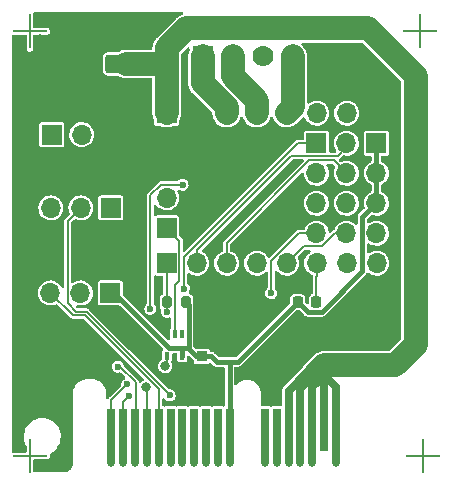
<source format=gtl>
G04 #@! TF.GenerationSoftware,KiCad,Pcbnew,(5.99.0-8442-g3b424d3868)*
G04 #@! TF.CreationDate,2021-01-18T12:58:05+01:00*
G04 #@! TF.ProjectId,DRV-StepStick,4452562d-5374-4657-9053-7469636b2e6b,rev?*
G04 #@! TF.SameCoordinates,PX67f3540PY6cb8080*
G04 #@! TF.FileFunction,Copper,L1,Top*
G04 #@! TF.FilePolarity,Positive*
%FSLAX46Y46*%
G04 Gerber Fmt 4.6, Leading zero omitted, Abs format (unit mm)*
G04 Created by KiCad (PCBNEW (5.99.0-8442-g3b424d3868)) date 2021-01-18 12:58:05*
%MOMM*%
%LPD*%
G01*
G04 APERTURE LIST*
G04 Aperture macros list*
%AMRoundRect*
0 Rectangle with rounded corners*
0 $1 Rounding radius*
0 $2 $3 $4 $5 $6 $7 $8 $9 X,Y pos of 4 corners*
0 Add a 4 corners polygon primitive as box body*
4,1,4,$2,$3,$4,$5,$6,$7,$8,$9,$2,$3,0*
0 Add four circle primitives for the rounded corners*
1,1,$1+$1,$2,$3*
1,1,$1+$1,$4,$5*
1,1,$1+$1,$6,$7*
1,1,$1+$1,$8,$9*
0 Add four rect primitives between the rounded corners*
20,1,$1+$1,$2,$3,$4,$5,0*
20,1,$1+$1,$4,$5,$6,$7,0*
20,1,$1+$1,$6,$7,$8,$9,0*
20,1,$1+$1,$8,$9,$2,$3,0*%
G04 Aperture macros list end*
G04 #@! TA.AperFunction,ConnectorPad*
%ADD10C,0.650000*%
G04 #@! TD*
G04 #@! TA.AperFunction,ConnectorPad*
%ADD11R,0.650000X4.600000*%
G04 #@! TD*
G04 #@! TA.AperFunction,ConnectorPad*
%ADD12R,0.650000X3.600000*%
G04 #@! TD*
G04 #@! TA.AperFunction,ComponentPad*
%ADD13R,1.778000X1.778000*%
G04 #@! TD*
G04 #@! TA.AperFunction,ComponentPad*
%ADD14C,1.778000*%
G04 #@! TD*
G04 #@! TA.AperFunction,SMDPad,CuDef*
%ADD15R,3.000000X0.127000*%
G04 #@! TD*
G04 #@! TA.AperFunction,SMDPad,CuDef*
%ADD16R,0.127000X3.000000*%
G04 #@! TD*
G04 #@! TA.AperFunction,SMDPad,CuDef*
%ADD17R,0.950000X0.875000*%
G04 #@! TD*
G04 #@! TA.AperFunction,SMDPad,CuDef*
%ADD18RoundRect,0.218750X0.218750X0.256250X-0.218750X0.256250X-0.218750X-0.256250X0.218750X-0.256250X0*%
G04 #@! TD*
G04 #@! TA.AperFunction,ComponentPad*
%ADD19R,1.700000X1.700000*%
G04 #@! TD*
G04 #@! TA.AperFunction,ComponentPad*
%ADD20O,1.700000X1.700000*%
G04 #@! TD*
G04 #@! TA.AperFunction,SMDPad,CuDef*
%ADD21RoundRect,0.200000X0.200000X0.275000X-0.200000X0.275000X-0.200000X-0.275000X0.200000X-0.275000X0*%
G04 #@! TD*
G04 #@! TA.AperFunction,SMDPad,CuDef*
%ADD22R,0.400000X0.650000*%
G04 #@! TD*
G04 #@! TA.AperFunction,SMDPad,CuDef*
%ADD23RoundRect,0.250000X1.500000X0.550000X-1.500000X0.550000X-1.500000X-0.550000X1.500000X-0.550000X0*%
G04 #@! TD*
G04 #@! TA.AperFunction,ViaPad*
%ADD24C,0.600000*%
G04 #@! TD*
G04 #@! TA.AperFunction,ViaPad*
%ADD25C,1.000000*%
G04 #@! TD*
G04 #@! TA.AperFunction,ViaPad*
%ADD26C,0.800000*%
G04 #@! TD*
G04 #@! TA.AperFunction,Conductor*
%ADD27C,0.381000*%
G04 #@! TD*
G04 #@! TA.AperFunction,Conductor*
%ADD28C,0.152400*%
G04 #@! TD*
G04 #@! TA.AperFunction,Conductor*
%ADD29C,2.000000*%
G04 #@! TD*
G04 #@! TA.AperFunction,Conductor*
%ADD30C,0.650000*%
G04 #@! TD*
G04 APERTURE END LIST*
D10*
X14653000Y1015000D03*
X13653000Y1015000D03*
X22653000Y1015000D03*
X12653000Y1015000D03*
X21653000Y1015000D03*
X15653000Y1015000D03*
X23653000Y1015000D03*
X10653000Y1015000D03*
X25653000Y1015000D03*
X11653000Y1015000D03*
X9653000Y1015000D03*
X17653000Y1015000D03*
X18653000Y1015000D03*
X24653000Y1015000D03*
X8653000Y1015000D03*
X27653000Y1015000D03*
X16653000Y1015000D03*
D11*
X8653000Y3315000D03*
X9653000Y3315000D03*
X10653000Y3315000D03*
X11653000Y3315000D03*
X12653000Y3315000D03*
X13653000Y3315000D03*
X14653000Y3315000D03*
X15653000Y3315000D03*
X16653000Y3315000D03*
X17653000Y3315000D03*
X18653000Y3315000D03*
X21653000Y3315000D03*
X22653000Y3315000D03*
X23653000Y3315000D03*
X24653000Y3315000D03*
X25653000Y3315000D03*
D12*
X26653000Y3815000D03*
D11*
X27653000Y3315000D03*
D13*
X16370000Y35440000D03*
D14*
X18910000Y35440000D03*
X21450000Y35440000D03*
X23990000Y35440000D03*
D15*
X1744000Y37546000D03*
D16*
X1744000Y37546000D03*
X1744000Y1620000D03*
D15*
X1744000Y1620000D03*
X34764000Y37546000D03*
D16*
X34764000Y37546000D03*
X35050000Y1620000D03*
D15*
X35050000Y1620000D03*
D17*
X16290000Y10032500D03*
X16290000Y11607500D03*
D18*
X26007500Y14650000D03*
X24432500Y14650000D03*
D19*
X8560000Y15400000D03*
D20*
X6020000Y15400000D03*
X3480000Y15400000D03*
D19*
X13330000Y20910000D03*
D20*
X13330000Y23450000D03*
D19*
X8600000Y22600000D03*
D20*
X6060000Y22600000D03*
X3520000Y22600000D03*
D19*
X26000000Y28080000D03*
D20*
X28540000Y28080000D03*
X26000000Y25540000D03*
X28540000Y25540000D03*
X26000000Y23000000D03*
X28540000Y23000000D03*
X26000000Y20460000D03*
X28540000Y20460000D03*
D21*
X14985000Y14620000D03*
X13335000Y14620000D03*
D22*
X14650000Y11950000D03*
X14000000Y11950000D03*
X13350000Y11950000D03*
X13350000Y10050000D03*
X14650000Y10050000D03*
D19*
X13330000Y30620000D03*
D20*
X15870000Y30620000D03*
X18410000Y30620000D03*
X20950000Y30620000D03*
X23490000Y30620000D03*
X26030000Y30620000D03*
X28570000Y30620000D03*
X31110000Y30620000D03*
D19*
X31080000Y28080000D03*
D20*
X31080000Y25540000D03*
X31080000Y23000000D03*
X31080000Y20460000D03*
D19*
X13330000Y17920000D03*
D20*
X15870000Y17920000D03*
X18410000Y17920000D03*
X20950000Y17920000D03*
X23490000Y17920000D03*
X26030000Y17920000D03*
X28570000Y17920000D03*
X31110000Y17920000D03*
D23*
X9900000Y34800000D03*
X4500000Y34800000D03*
D19*
X3600000Y28800000D03*
D20*
X6140000Y28800000D03*
X8680000Y28800000D03*
D24*
X31000000Y13000000D03*
X31000000Y15000000D03*
X25000000Y13000000D03*
X27000000Y13000000D03*
X29000000Y13000000D03*
X31000000Y11000000D03*
X29000000Y11000000D03*
X27000000Y11000000D03*
X25000000Y11000000D03*
X23000000Y11000000D03*
X21000000Y13000000D03*
X19000000Y11000000D03*
X19000000Y15000000D03*
X20026443Y25098610D03*
X16031901Y25098610D03*
X18039222Y25098610D03*
X11950000Y14050000D03*
X9181610Y9165461D03*
X14670000Y24570000D03*
X13340000Y13800000D03*
X22180000Y15391570D03*
X17308619Y13691381D03*
X17000000Y15978490D03*
X3000000Y12000000D03*
X3000000Y18000000D03*
X3000000Y20000000D03*
X1000000Y30000000D03*
X1000000Y28000000D03*
X1000000Y24000000D03*
X1000000Y22000000D03*
X1000000Y20000000D03*
X1000000Y18000000D03*
X1000000Y16000000D03*
X1000000Y14000000D03*
X1000000Y12000000D03*
X1000000Y10000000D03*
X3000000Y10000000D03*
X5000000Y10000000D03*
X5000000Y8000000D03*
X3000000Y8000000D03*
X1000000Y8000000D03*
X16000000Y21000000D03*
X16000000Y23000000D03*
X18000000Y23000000D03*
X7000000Y26000000D03*
X5000000Y26000000D03*
X3000000Y26000000D03*
X1000000Y26000000D03*
X22000000Y28000000D03*
X20000000Y28000000D03*
X18000000Y28000000D03*
X16000000Y28000000D03*
X14000000Y28000000D03*
X12000000Y28000000D03*
D25*
X1400000Y34800000D03*
X2600000Y36800000D03*
X4400000Y36800000D03*
X1400000Y33200000D03*
X6200000Y36800000D03*
X6200000Y32400000D03*
X2600000Y32400000D03*
X4400000Y32400000D03*
D24*
X13581300Y6724900D03*
X14774500Y15763400D03*
X10163600Y6641100D03*
X10006300Y7683300D03*
D26*
X13200000Y9200000D03*
X11600000Y7400000D03*
D27*
X16290000Y10032500D02*
X15852200Y10032500D01*
X15852200Y10032500D02*
X15166500Y10718200D01*
D28*
X9355539Y9165461D02*
X9181610Y9165461D01*
X10692500Y3354500D02*
X10692500Y7828500D01*
X10692500Y7828500D02*
X9355539Y9165461D01*
X11950000Y23666345D02*
X12853655Y24570000D01*
X10653000Y3315000D02*
X10692500Y3354500D01*
X12853655Y24570000D02*
X14670000Y24570000D01*
X11950000Y14050000D02*
X11950000Y23666345D01*
X13340000Y13800000D02*
X13340000Y14615000D01*
X13340000Y14615000D02*
X13335000Y14620000D01*
X22180000Y18143500D02*
X22180000Y15391570D01*
X22298250Y18261750D02*
X22180000Y18143500D01*
X22298250Y18261750D02*
X22220000Y18183500D01*
X24496500Y20460000D02*
X22298250Y18261750D01*
X23851389Y27001389D02*
X24951389Y27001389D01*
X15870000Y17920000D02*
X15870000Y19020000D01*
X15870000Y19020000D02*
X23851389Y27001389D01*
X23851389Y27001389D02*
X26598611Y27001389D01*
X26000000Y20460000D02*
X24496500Y20460000D01*
X24913550Y19343550D02*
X23490000Y17920000D01*
X28540000Y20460000D02*
X27572900Y20460000D01*
X27572900Y20460000D02*
X26456450Y19343550D01*
X26456450Y19343550D02*
X24913550Y19343550D01*
X12653000Y7277330D02*
X12653000Y3315000D01*
X5379112Y13500888D02*
X6429442Y13500888D01*
X6555699Y13805699D02*
X13581300Y6780097D01*
X3480000Y15400000D02*
X5379112Y13500888D01*
X5654301Y13805699D02*
X6555699Y13805699D01*
X6429442Y13500888D02*
X12653000Y7277330D01*
X13581300Y6780097D02*
X13581300Y6724900D01*
X6060000Y22600000D02*
X4941389Y21481389D01*
X4941389Y21481389D02*
X4941389Y14518611D01*
X4941389Y14518611D02*
X5654301Y13805699D01*
D29*
X32660000Y9260000D02*
X26660000Y9260000D01*
X26660000Y9260000D02*
X25800000Y8400000D01*
D30*
X27653000Y3315000D02*
X27653000Y7407000D01*
X27653000Y7407000D02*
X25800000Y9260000D01*
X26653000Y5777000D02*
X26653000Y6747000D01*
X26653000Y3815000D02*
X26653000Y5777000D01*
X26653000Y5777000D02*
X26653000Y8113000D01*
X26653000Y8113000D02*
X25653000Y9113000D01*
X25653000Y3315000D02*
X25653000Y9113000D01*
X25653000Y9113000D02*
X25800000Y9260000D01*
X24653000Y3315000D02*
X24653000Y8113000D01*
X24653000Y8113000D02*
X25800000Y9260000D01*
X23653000Y3315000D02*
X23653000Y7113000D01*
X23653000Y7113000D02*
X25800000Y9260000D01*
D29*
X23990000Y31120000D02*
X23490000Y30620000D01*
X23990000Y35440000D02*
X23990000Y31120000D01*
X18910000Y33734600D02*
X20950000Y31694600D01*
X20950000Y31694600D02*
X20950000Y30620000D01*
X18910000Y35440000D02*
X18910000Y33734600D01*
X16370000Y35440000D02*
X16370000Y33158800D01*
X16370000Y33158800D02*
X18410000Y31118800D01*
X18410000Y31118800D02*
X18410000Y30620000D01*
D28*
X26000000Y28080000D02*
X24448500Y28080000D01*
X24448500Y28080000D02*
X14774500Y18406000D01*
X14774500Y18406000D02*
X14774500Y15763400D01*
X10163600Y6641100D02*
X9653000Y6130500D01*
X9653000Y6130500D02*
X9653000Y3315000D01*
X8653000Y6330000D02*
X8653000Y3315000D01*
X10006300Y7683300D02*
X8653000Y6330000D01*
X11653000Y3315000D02*
X11653000Y7419900D01*
X13350000Y9350000D02*
X13200000Y9200000D01*
X13350000Y10050000D02*
X13350000Y9350000D01*
X13330000Y20910000D02*
X14408900Y19831100D01*
X14000000Y16041200D02*
X14000000Y11950000D01*
X14408900Y18408900D02*
X14408900Y16450100D01*
X14408900Y18887200D02*
X14408900Y18408900D01*
X14408900Y16450100D02*
X14000000Y16041200D01*
X14408900Y19831100D02*
X14408900Y18408900D01*
D27*
X24432500Y14650000D02*
X19331700Y9549200D01*
X14650000Y10718200D02*
X15166500Y10718200D01*
X18653000Y9549200D02*
X18653000Y3315000D01*
X8858300Y15400000D02*
X13540100Y10718200D01*
X15193300Y10745000D02*
X15166500Y10718200D01*
X26453600Y13798600D02*
X29886800Y17231800D01*
X31080000Y25540000D02*
X31080000Y28080000D01*
X8560000Y15400000D02*
X8858300Y15400000D01*
X13540100Y10718200D02*
X14650000Y10718200D01*
X25283900Y13798600D02*
X26453600Y13798600D01*
X16290000Y10032500D02*
X17108200Y10032500D01*
X8858300Y15400000D02*
X11729150Y12529150D01*
X14985000Y14620000D02*
X15193300Y14411700D01*
X17591500Y9549200D02*
X17108200Y10032500D01*
X14650000Y10050000D02*
X14650000Y10718200D01*
X24432500Y14650000D02*
X25283900Y13798600D01*
X18653000Y9549200D02*
X17591500Y9549200D01*
X29886800Y17231800D02*
X29886800Y21806800D01*
X19331700Y9549200D02*
X18653000Y9549200D01*
X29886800Y21806800D02*
X31080000Y23000000D01*
X15193300Y14411700D02*
X15193300Y10745000D01*
X31080000Y23000000D02*
X31080000Y25540000D01*
D29*
X34400000Y33800000D02*
X30400000Y37800000D01*
X13000000Y34800000D02*
X13330000Y34470000D01*
D30*
X25653000Y3315000D02*
X25653000Y7347000D01*
D29*
X30400000Y37800000D02*
X15000000Y37800000D01*
X13330000Y34470000D02*
X13330000Y30620000D01*
X34400000Y17860000D02*
X34400000Y11000000D01*
X34400000Y28800000D02*
X34400000Y30368800D01*
D30*
X24653000Y7253000D02*
X25800000Y8400000D01*
D29*
X34400000Y17860000D02*
X34400000Y19000000D01*
D30*
X24653000Y3315000D02*
X24653000Y7253000D01*
D29*
X34400000Y28800000D02*
X34400000Y30368800D01*
X9900000Y34800000D02*
X13000000Y34800000D01*
X34400000Y30368800D02*
X34400000Y33800000D01*
X13330000Y36130000D02*
X13330000Y34470000D01*
X34400000Y11000000D02*
X32660000Y9260000D01*
X34400000Y19000000D02*
X34400000Y28800000D01*
X34400000Y19000000D02*
X34400000Y17860000D01*
X15000000Y37800000D02*
X13330000Y36130000D01*
D30*
X23653000Y3315000D02*
X23653000Y7053000D01*
X27653000Y3315000D02*
X27653000Y6547000D01*
D28*
X13330000Y17920000D02*
X13330000Y16841100D01*
X13335000Y16836100D02*
X13335000Y14620000D01*
X13330000Y16841100D02*
X13335000Y16836100D01*
X28540000Y27740000D02*
X28540000Y28080000D01*
X25895389Y27001389D02*
X26598611Y27001389D01*
X26598611Y27001389D02*
X27801389Y27001389D01*
X27801389Y27001389D02*
X28540000Y27740000D01*
X25418611Y26618611D02*
X18410000Y19610000D01*
X18410000Y19610000D02*
X18410000Y17920000D01*
X27461389Y26618611D02*
X25418611Y26618611D01*
X28540000Y25540000D02*
X27461389Y26618611D01*
X26030000Y16841100D02*
X26007500Y16818600D01*
X26007500Y16818600D02*
X26007500Y14650000D01*
X26030000Y17920000D02*
X26030000Y16841100D01*
G04 #@! TA.AperFunction,Conductor*
G36*
X14675619Y39176798D02*
G01*
X14722112Y39123142D01*
X14732216Y39052868D01*
X14702722Y38988288D01*
X14641699Y38949531D01*
X14623268Y38944333D01*
X14566841Y38928419D01*
X14561660Y38925864D01*
X14561658Y38925863D01*
X14561504Y38925787D01*
X14543140Y38918460D01*
X14542971Y38918408D01*
X14542960Y38918403D01*
X14537451Y38916693D01*
X14454960Y38873293D01*
X14452078Y38871824D01*
X14368456Y38830586D01*
X14363826Y38827129D01*
X14363822Y38827126D01*
X14363679Y38827020D01*
X14346970Y38816477D01*
X14346814Y38816395D01*
X14346807Y38816390D01*
X14341695Y38813701D01*
X14282574Y38767094D01*
X14268499Y38755998D01*
X14265898Y38754002D01*
X14191222Y38698239D01*
X14145076Y38648319D01*
X14135080Y38637505D01*
X14131650Y38633939D01*
X12508882Y37011171D01*
X12502865Y37005534D01*
X12453240Y36962014D01*
X12395510Y36888784D01*
X12393523Y36886330D01*
X12333879Y36814615D01*
X12330973Y36809427D01*
X12319979Y36792973D01*
X12316299Y36788305D01*
X12313615Y36783204D01*
X12313612Y36783199D01*
X12272902Y36705820D01*
X12271332Y36702930D01*
X12225798Y36621623D01*
X12223886Y36615990D01*
X12216081Y36597823D01*
X12213307Y36592549D01*
X12211595Y36587035D01*
X12211594Y36587033D01*
X12185667Y36503536D01*
X12184654Y36500416D01*
X12154697Y36412165D01*
X12153869Y36406455D01*
X12153868Y36406451D01*
X12153841Y36406265D01*
X12149481Y36386999D01*
X12149427Y36386824D01*
X12147713Y36381303D01*
X12140790Y36322813D01*
X12136754Y36288712D01*
X12136327Y36285471D01*
X12122957Y36193258D01*
X12124997Y36141330D01*
X12125260Y36134647D01*
X12107948Y36065794D01*
X12056159Y36017230D01*
X11999357Y36003700D01*
X9845586Y36003700D01*
X9679732Y35988460D01*
X9674170Y35986891D01*
X9674168Y35986891D01*
X9643721Y35978304D01*
X9466841Y35928419D01*
X9268456Y35830586D01*
X9263828Y35827130D01*
X9258903Y35824112D01*
X9257905Y35825741D01*
X9199447Y35804011D01*
X9190598Y35803700D01*
X8366743Y35803700D01*
X8362096Y35803001D01*
X8362091Y35803001D01*
X8278719Y35790466D01*
X8265124Y35788422D01*
X8256637Y35784347D01*
X8256635Y35784346D01*
X8160119Y35738000D01*
X8142172Y35729382D01*
X8042017Y35636799D01*
X7973512Y35518859D01*
X7946300Y35401460D01*
X7946300Y34216743D01*
X7961578Y34115124D01*
X7965653Y34106637D01*
X7965654Y34106635D01*
X8016541Y34000662D01*
X8020618Y33992172D01*
X8113201Y33892017D01*
X8121345Y33887287D01*
X8121347Y33887285D01*
X8172171Y33857764D01*
X8231141Y33823512D01*
X8348540Y33796300D01*
X9191564Y33796300D01*
X9250231Y33781808D01*
X9400097Y33702960D01*
X9437451Y33683307D01*
X9514525Y33659375D01*
X9643182Y33619425D01*
X9643187Y33619424D01*
X9648697Y33617713D01*
X9682938Y33613660D01*
X9825926Y33596736D01*
X9825933Y33596736D01*
X9829613Y33596300D01*
X12000300Y33596300D01*
X12068421Y33576298D01*
X12114914Y33522642D01*
X12126300Y33470300D01*
X12126300Y30565586D01*
X12141540Y30399732D01*
X12143109Y30394170D01*
X12143109Y30394168D01*
X12165421Y30315054D01*
X12201581Y30186841D01*
X12204137Y30181658D01*
X12258306Y30071814D01*
X12271300Y30016086D01*
X12271300Y29770000D01*
X12272507Y29763932D01*
X12281886Y29716781D01*
X12287186Y29690134D01*
X12332427Y29622427D01*
X12400134Y29577186D01*
X12412303Y29574766D01*
X12412304Y29574765D01*
X12468963Y29563495D01*
X12480000Y29561300D01*
X12716340Y29561300D01*
X12773544Y29547566D01*
X12776376Y29546123D01*
X12781262Y29543040D01*
X12786622Y29540902D01*
X12786627Y29540899D01*
X12937698Y29480629D01*
X12986711Y29461075D01*
X13203656Y29417921D01*
X13209431Y29417845D01*
X13209435Y29417845D01*
X13320313Y29416394D01*
X13424834Y29415026D01*
X13441240Y29417845D01*
X13637138Y29451506D01*
X13637139Y29451506D01*
X13642835Y29452485D01*
X13850359Y29529045D01*
X13874801Y29543586D01*
X13939222Y29561300D01*
X14180000Y29561300D01*
X14191037Y29563495D01*
X14247696Y29574765D01*
X14247697Y29574766D01*
X14259866Y29577186D01*
X14327573Y29622427D01*
X14372814Y29690134D01*
X14378115Y29716781D01*
X14387493Y29763932D01*
X14388700Y29770000D01*
X14388700Y30016100D01*
X14403191Y30074767D01*
X14444004Y30152339D01*
X14444006Y30152344D01*
X14446693Y30157451D01*
X14486310Y30285038D01*
X14510575Y30363182D01*
X14510576Y30363187D01*
X14512287Y30368697D01*
X14520180Y30435385D01*
X14533264Y30545926D01*
X14533264Y30545933D01*
X14533700Y30549613D01*
X14533700Y34427563D01*
X14533970Y34435803D01*
X14535742Y34462847D01*
X14538285Y34501641D01*
X14534573Y34533003D01*
X14533700Y34547813D01*
X14533700Y35579221D01*
X14553702Y35647342D01*
X14570605Y35668316D01*
X15057205Y36154916D01*
X15119517Y36188942D01*
X15190332Y36183877D01*
X15247168Y36141330D01*
X15271979Y36074810D01*
X15272300Y36065821D01*
X15272300Y35969773D01*
X15257809Y35911106D01*
X15253307Y35902549D01*
X15233421Y35838507D01*
X15196841Y35720699D01*
X15187713Y35691303D01*
X15187035Y35685574D01*
X15167303Y35518859D01*
X15166300Y35510387D01*
X15166300Y33201250D01*
X15166030Y33193009D01*
X15161714Y33127160D01*
X15162393Y33121427D01*
X15172673Y33034574D01*
X15173016Y33031299D01*
X15181540Y32938532D01*
X15183109Y32932969D01*
X15183159Y32932792D01*
X15187011Y32913423D01*
X15187713Y32907497D01*
X15189424Y32901986D01*
X15189427Y32901973D01*
X15215357Y32818466D01*
X15216292Y32815311D01*
X15241581Y32725641D01*
X15244212Y32720306D01*
X15251543Y32701931D01*
X15253307Y32696250D01*
X15279238Y32646963D01*
X15296698Y32613776D01*
X15298194Y32610838D01*
X15336856Y32532441D01*
X15336861Y32532433D01*
X15339414Y32527256D01*
X15342871Y32522626D01*
X15342874Y32522622D01*
X15342980Y32522479D01*
X15353523Y32505770D01*
X15353605Y32505614D01*
X15353610Y32505607D01*
X15356299Y32500495D01*
X15359876Y32495958D01*
X15414002Y32427299D01*
X15415998Y32424698D01*
X15471761Y32350022D01*
X15532495Y32293880D01*
X15536061Y32290450D01*
X17169395Y30657116D01*
X17203421Y30594804D01*
X17205942Y30571351D01*
X17206168Y30571361D01*
X17206300Y30568487D01*
X17206300Y30565586D01*
X17221540Y30399732D01*
X17281581Y30186841D01*
X17379414Y29988456D01*
X17511761Y29811222D01*
X17674190Y29661074D01*
X17679073Y29657993D01*
X17813408Y29573234D01*
X17861262Y29543040D01*
X18066711Y29461075D01*
X18283656Y29417921D01*
X18289431Y29417845D01*
X18289435Y29417845D01*
X18400313Y29416394D01*
X18504834Y29415026D01*
X18521240Y29417845D01*
X18717138Y29451506D01*
X18717139Y29451506D01*
X18722835Y29452485D01*
X18930359Y29529045D01*
X18950825Y29541221D01*
X19115488Y29639185D01*
X19115491Y29639187D01*
X19120456Y29642141D01*
X19124796Y29645947D01*
X19124800Y29645950D01*
X19282419Y29784179D01*
X19286760Y29787986D01*
X19324549Y29835921D01*
X19420123Y29957156D01*
X19420124Y29957158D01*
X19423701Y29961695D01*
X19440506Y29993635D01*
X19524000Y30152332D01*
X19524003Y30152339D01*
X19526693Y30157451D01*
X19559429Y30262878D01*
X19598730Y30322000D01*
X19663760Y30350491D01*
X19733869Y30339301D01*
X19786799Y30291984D01*
X19801029Y30259713D01*
X19820012Y30192405D01*
X19821581Y30186841D01*
X19919414Y29988456D01*
X20051761Y29811222D01*
X20214190Y29661074D01*
X20219073Y29657993D01*
X20353408Y29573234D01*
X20401262Y29543040D01*
X20606711Y29461075D01*
X20823656Y29417921D01*
X20829431Y29417845D01*
X20829435Y29417845D01*
X20940313Y29416394D01*
X21044834Y29415026D01*
X21061240Y29417845D01*
X21257138Y29451506D01*
X21257139Y29451506D01*
X21262835Y29452485D01*
X21470359Y29529045D01*
X21490825Y29541221D01*
X21655488Y29639185D01*
X21655491Y29639187D01*
X21660456Y29642141D01*
X21664796Y29645947D01*
X21664800Y29645950D01*
X21822419Y29784179D01*
X21826760Y29787986D01*
X21864549Y29835921D01*
X21960123Y29957156D01*
X21960124Y29957158D01*
X21963701Y29961695D01*
X21980506Y29993635D01*
X22064000Y30152332D01*
X22064003Y30152339D01*
X22066693Y30157451D01*
X22097273Y30255933D01*
X22136573Y30315054D01*
X22201603Y30343545D01*
X22271712Y30332355D01*
X22324642Y30285038D01*
X22337436Y30257500D01*
X22339185Y30252118D01*
X22340458Y30246491D01*
X22366086Y30186841D01*
X22414237Y30074767D01*
X22427774Y30043258D01*
X22550663Y29859340D01*
X22554692Y29855204D01*
X22554693Y29855203D01*
X22566762Y29842814D01*
X22705012Y29700897D01*
X22709723Y29697568D01*
X22709726Y29697565D01*
X22877432Y29579042D01*
X22885650Y29573234D01*
X23086528Y29480629D01*
X23300918Y29426181D01*
X23521640Y29411714D01*
X23741303Y29437713D01*
X23952550Y29503307D01*
X24064603Y29562261D01*
X24143191Y29603608D01*
X24143194Y29603610D01*
X24148305Y29606299D01*
X24270088Y29702304D01*
X24288452Y29716781D01*
X24288455Y29716784D01*
X24291373Y29719084D01*
X24811118Y30238829D01*
X24817135Y30244465D01*
X24848643Y30272097D01*
X24913047Y30301975D01*
X24983380Y30292289D01*
X25037311Y30246117D01*
X25045534Y30230209D01*
X25045646Y30230267D01*
X25070628Y30181658D01*
X25140092Y30046494D01*
X25268435Y29884565D01*
X25273122Y29880576D01*
X25273125Y29880573D01*
X25421094Y29754642D01*
X25425786Y29750649D01*
X25606150Y29649847D01*
X25802660Y29585997D01*
X26007828Y29561532D01*
X26013963Y29562004D01*
X26013965Y29562004D01*
X26207699Y29576911D01*
X26207703Y29576912D01*
X26213841Y29577384D01*
X26412852Y29632949D01*
X26418356Y29635729D01*
X26418358Y29635730D01*
X26591779Y29723331D01*
X26591781Y29723332D01*
X26597280Y29726110D01*
X26760100Y29853319D01*
X26764126Y29857983D01*
X26891082Y30005063D01*
X26891083Y30005065D01*
X26895111Y30009731D01*
X26997171Y30189388D01*
X27062391Y30385447D01*
X27088287Y30590439D01*
X27088700Y30620000D01*
X27087251Y30634782D01*
X27511403Y30634782D01*
X27511919Y30628638D01*
X27525893Y30462233D01*
X27528693Y30428884D01*
X27585646Y30230267D01*
X27680092Y30046494D01*
X27808435Y29884565D01*
X27813122Y29880576D01*
X27813125Y29880573D01*
X27961094Y29754642D01*
X27965786Y29750649D01*
X28146150Y29649847D01*
X28342660Y29585997D01*
X28547828Y29561532D01*
X28553963Y29562004D01*
X28553965Y29562004D01*
X28747699Y29576911D01*
X28747703Y29576912D01*
X28753841Y29577384D01*
X28952852Y29632949D01*
X28958356Y29635729D01*
X28958358Y29635730D01*
X29131779Y29723331D01*
X29131781Y29723332D01*
X29137280Y29726110D01*
X29300100Y29853319D01*
X29304126Y29857983D01*
X29431082Y30005063D01*
X29431083Y30005065D01*
X29435111Y30009731D01*
X29537171Y30189388D01*
X29602391Y30385447D01*
X29628287Y30590439D01*
X29628700Y30620000D01*
X29608537Y30825636D01*
X29548817Y31023439D01*
X29451814Y31205876D01*
X29378287Y31296029D01*
X29325118Y31361221D01*
X29325115Y31361224D01*
X29321223Y31365996D01*
X29316474Y31369925D01*
X29166768Y31493773D01*
X29166764Y31493775D01*
X29162018Y31497702D01*
X28980263Y31595977D01*
X28881572Y31626527D01*
X28788768Y31655254D01*
X28788765Y31655255D01*
X28782881Y31657076D01*
X28776756Y31657720D01*
X28776755Y31657720D01*
X28583519Y31678030D01*
X28583518Y31678030D01*
X28577391Y31678674D01*
X28501291Y31671749D01*
X28377757Y31660507D01*
X28377753Y31660506D01*
X28371619Y31659948D01*
X28173404Y31601610D01*
X27990295Y31505882D01*
X27985494Y31502022D01*
X27985491Y31502020D01*
X27896455Y31430433D01*
X27829266Y31376412D01*
X27696452Y31218131D01*
X27693484Y31212733D01*
X27693481Y31212728D01*
X27637899Y31111623D01*
X27596911Y31037066D01*
X27534435Y30840116D01*
X27533749Y30833999D01*
X27533748Y30833995D01*
X27516840Y30683258D01*
X27511403Y30634782D01*
X27087251Y30634782D01*
X27068537Y30825636D01*
X27008817Y31023439D01*
X26911814Y31205876D01*
X26838287Y31296029D01*
X26785118Y31361221D01*
X26785115Y31361224D01*
X26781223Y31365996D01*
X26776474Y31369925D01*
X26626768Y31493773D01*
X26626764Y31493775D01*
X26622018Y31497702D01*
X26440263Y31595977D01*
X26341572Y31626527D01*
X26248768Y31655254D01*
X26248765Y31655255D01*
X26242881Y31657076D01*
X26236756Y31657720D01*
X26236755Y31657720D01*
X26043519Y31678030D01*
X26043518Y31678030D01*
X26037391Y31678674D01*
X25961291Y31671749D01*
X25837757Y31660507D01*
X25837753Y31660506D01*
X25831619Y31659948D01*
X25633404Y31601610D01*
X25450295Y31505882D01*
X25445494Y31502022D01*
X25445491Y31502020D01*
X25398652Y31464360D01*
X25333030Y31437264D01*
X25263175Y31449947D01*
X25211267Y31498383D01*
X25193700Y31562557D01*
X25193700Y35494414D01*
X25178460Y35660268D01*
X25118419Y35873159D01*
X25020586Y36071544D01*
X24888239Y36248778D01*
X24748691Y36377775D01*
X24712246Y36438704D01*
X24714527Y36509664D01*
X24754809Y36568126D01*
X24820304Y36595529D01*
X24834220Y36596300D01*
X29849221Y36596300D01*
X29917342Y36576298D01*
X29938316Y36559395D01*
X33159395Y33338316D01*
X33193421Y33276004D01*
X33196300Y33249221D01*
X33196300Y11550779D01*
X33176298Y11482658D01*
X33159395Y11461684D01*
X32198316Y10500605D01*
X32136004Y10466579D01*
X32109221Y10463700D01*
X26702451Y10463700D01*
X26694210Y10463970D01*
X26675718Y10465182D01*
X26628360Y10468286D01*
X26535759Y10457325D01*
X26532499Y10456984D01*
X26439732Y10448460D01*
X26433988Y10446840D01*
X26414623Y10442989D01*
X26414439Y10442967D01*
X26414437Y10442966D01*
X26408697Y10442287D01*
X26403179Y10440574D01*
X26403176Y10440573D01*
X26319694Y10414651D01*
X26316531Y10413714D01*
X26232404Y10389988D01*
X26226841Y10388419D01*
X26221660Y10385864D01*
X26221658Y10385863D01*
X26221504Y10385787D01*
X26203140Y10378460D01*
X26202971Y10378408D01*
X26202960Y10378403D01*
X26197451Y10376693D01*
X26114960Y10333293D01*
X26112078Y10331824D01*
X26028456Y10290586D01*
X26023826Y10287129D01*
X26023822Y10287126D01*
X26023679Y10287020D01*
X26006970Y10276477D01*
X26006814Y10276395D01*
X26006807Y10276390D01*
X26001695Y10273701D01*
X25960412Y10241156D01*
X25928499Y10215998D01*
X25925898Y10214002D01*
X25851222Y10158239D01*
X25814792Y10118829D01*
X25795080Y10097505D01*
X25791650Y10093939D01*
X24910379Y9212668D01*
X24908522Y9210435D01*
X24908520Y9210433D01*
X24862346Y9154914D01*
X24803879Y9084615D01*
X24772733Y9029000D01*
X24719421Y8933804D01*
X24698581Y8906275D01*
X24289917Y8497611D01*
X24286108Y8493957D01*
X24241777Y8453193D01*
X24237251Y8445893D01*
X24236500Y8444986D01*
X24228512Y8436207D01*
X23289899Y7497593D01*
X23286089Y7493940D01*
X23248104Y7459011D01*
X23241777Y7453193D01*
X23219872Y7417864D01*
X23213158Y7408096D01*
X23188033Y7374995D01*
X23184872Y7367011D01*
X23182879Y7361978D01*
X23172817Y7341972D01*
X23165441Y7330075D01*
X23163045Y7321827D01*
X23163042Y7321821D01*
X23153844Y7290163D01*
X23150003Y7278941D01*
X23134706Y7240305D01*
X23133808Y7231759D01*
X23133807Y7231756D01*
X23133242Y7226386D01*
X23128931Y7204410D01*
X23125025Y7190965D01*
X23124300Y7181092D01*
X23124300Y7147909D01*
X23123610Y7134739D01*
X23123075Y7129645D01*
X23120825Y7108238D01*
X23119563Y7096236D01*
X23120996Y7087764D01*
X23120996Y7087763D01*
X23122535Y7078665D01*
X23124300Y7057652D01*
X23124300Y5947701D01*
X23104298Y5879580D01*
X23050642Y5833087D01*
X22985952Y5822307D01*
X22984073Y5822492D01*
X22978000Y5823700D01*
X22328000Y5823700D01*
X22321932Y5822493D01*
X22260304Y5810235D01*
X22260303Y5810234D01*
X22248134Y5807814D01*
X22237819Y5800922D01*
X22237815Y5800920D01*
X22223002Y5791022D01*
X22155249Y5769807D01*
X22082998Y5791022D01*
X22068185Y5800920D01*
X22068181Y5800922D01*
X22057866Y5807814D01*
X22045697Y5810234D01*
X22045696Y5810235D01*
X21984068Y5822493D01*
X21978000Y5823700D01*
X21429200Y5823700D01*
X21361079Y5843702D01*
X21314586Y5897358D01*
X21303200Y5949700D01*
X21303200Y6843579D01*
X21305680Y6868455D01*
X21306217Y6871121D01*
X21308725Y6883574D01*
X21308257Y6900742D01*
X21305393Y7005643D01*
X21305363Y7011162D01*
X21305411Y7014091D01*
X21305450Y7016459D01*
X21305451Y7016463D01*
X21305456Y7016806D01*
X21305529Y7021218D01*
X21304884Y7024251D01*
X21304805Y7027155D01*
X21302358Y7036678D01*
X21301144Y7041847D01*
X21295537Y7068230D01*
X21264034Y7216438D01*
X21256480Y7251976D01*
X21256479Y7251978D01*
X21255630Y7255974D01*
X21255075Y7258817D01*
X21254981Y7259028D01*
X21254973Y7259066D01*
X21254744Y7259561D01*
X21157462Y7478062D01*
X21156325Y7480733D01*
X21156189Y7480920D01*
X21156173Y7480956D01*
X21155845Y7481393D01*
X21146730Y7493940D01*
X21087367Y7575645D01*
X21015292Y7674849D01*
X21013594Y7677270D01*
X21013419Y7677428D01*
X21013399Y7677455D01*
X21013043Y7677766D01*
X21006707Y7683471D01*
X20838807Y7834649D01*
X20838804Y7834651D01*
X20835289Y7837816D01*
X20833118Y7839837D01*
X20832913Y7839955D01*
X20832889Y7839977D01*
X20832491Y7840199D01*
X20826834Y7843465D01*
X20826830Y7843468D01*
X20627614Y7958484D01*
X20627613Y7958484D01*
X20625279Y7959832D01*
X20622787Y7961326D01*
X20622567Y7961398D01*
X20622533Y7961417D01*
X20622014Y7961577D01*
X20394565Y8035481D01*
X20391793Y8036433D01*
X20391561Y8036457D01*
X20391528Y8036468D01*
X20391050Y8036511D01*
X20384544Y8037195D01*
X20384543Y8037195D01*
X20350366Y8040787D01*
X20153113Y8061519D01*
X20150233Y8061870D01*
X20150003Y8061846D01*
X20149963Y8061850D01*
X20149405Y8061783D01*
X20141546Y8060957D01*
X19916543Y8037309D01*
X19916538Y8037308D01*
X19911591Y8036788D01*
X19908659Y8036529D01*
X19908436Y8036456D01*
X19908403Y8036453D01*
X19907967Y8036304D01*
X19879065Y8026913D01*
X19683471Y7963361D01*
X19683464Y7963358D01*
X19680470Y7962385D01*
X19677638Y7961516D01*
X19677433Y7961398D01*
X19677400Y7961387D01*
X19676978Y7961135D01*
X19671583Y7958020D01*
X19671578Y7958018D01*
X19501054Y7859565D01*
X19469825Y7841535D01*
X19467257Y7840109D01*
X19467083Y7839952D01*
X19467053Y7839935D01*
X19466697Y7839605D01*
X19288921Y7679534D01*
X19286716Y7677614D01*
X19286579Y7677425D01*
X19286553Y7677402D01*
X19286271Y7677002D01*
X19282461Y7671758D01*
X19275137Y7661677D01*
X19218915Y7618323D01*
X19148179Y7612246D01*
X19085387Y7645377D01*
X19050475Y7707197D01*
X19047200Y7735737D01*
X19047200Y9029000D01*
X19067202Y9097121D01*
X19120858Y9143614D01*
X19173200Y9155000D01*
X19268707Y9155000D01*
X19269075Y9154971D01*
X19269251Y9154914D01*
X19394149Y9154914D01*
X19403579Y9157978D01*
X19403585Y9157979D01*
X19414602Y9161559D01*
X19433830Y9166176D01*
X19455060Y9169538D01*
X19474221Y9179301D01*
X19492480Y9186864D01*
X19503502Y9190445D01*
X19503505Y9190447D01*
X19512933Y9193510D01*
X19530332Y9206152D01*
X19547179Y9216475D01*
X19566344Y9226240D01*
X19654660Y9314556D01*
X19654744Y9314720D01*
X19654982Y9314999D01*
X24274378Y13934395D01*
X24336690Y13968421D01*
X24363473Y13971300D01*
X24501527Y13971300D01*
X24569648Y13951298D01*
X24590622Y13934395D01*
X24960618Y13564399D01*
X24960856Y13564120D01*
X24960940Y13563956D01*
X25049256Y13475640D01*
X25068421Y13465875D01*
X25085268Y13455552D01*
X25102667Y13442910D01*
X25112097Y13439846D01*
X25112103Y13439843D01*
X25123116Y13436265D01*
X25141378Y13428701D01*
X25143449Y13427646D01*
X25160540Y13418938D01*
X25170333Y13417387D01*
X25181780Y13415574D01*
X25201006Y13410958D01*
X25212017Y13407380D01*
X25212019Y13407380D01*
X25221451Y13404315D01*
X25346349Y13404315D01*
X25346523Y13404371D01*
X25346886Y13404400D01*
X26390607Y13404400D01*
X26390975Y13404371D01*
X26391151Y13404314D01*
X26516049Y13404314D01*
X26525479Y13407378D01*
X26525485Y13407379D01*
X26536502Y13410959D01*
X26555730Y13415576D01*
X26576960Y13418938D01*
X26596121Y13428701D01*
X26614380Y13436264D01*
X26625402Y13439845D01*
X26625405Y13439847D01*
X26634833Y13442910D01*
X26652232Y13455552D01*
X26669079Y13465875D01*
X26688244Y13475640D01*
X26776560Y13563956D01*
X26776644Y13564120D01*
X26776882Y13564399D01*
X30121001Y16908518D01*
X30121280Y16908756D01*
X30121444Y16908840D01*
X30209760Y16997156D01*
X30219525Y17016321D01*
X30229848Y17033168D01*
X30242490Y17050567D01*
X30245554Y17059998D01*
X30248515Y17065808D01*
X30297264Y17117422D01*
X30366180Y17134487D01*
X30433381Y17111585D01*
X30442444Y17104557D01*
X30505786Y17050649D01*
X30511164Y17047643D01*
X30511166Y17047642D01*
X30595968Y17000248D01*
X30686150Y16949847D01*
X30882660Y16885997D01*
X31087828Y16861532D01*
X31093963Y16862004D01*
X31093965Y16862004D01*
X31287699Y16876911D01*
X31287703Y16876912D01*
X31293841Y16877384D01*
X31492852Y16932949D01*
X31498356Y16935729D01*
X31498358Y16935730D01*
X31671779Y17023331D01*
X31671781Y17023332D01*
X31677280Y17026110D01*
X31840100Y17153319D01*
X31847205Y17161550D01*
X31971082Y17305063D01*
X31971083Y17305065D01*
X31975111Y17309731D01*
X32077171Y17489388D01*
X32142391Y17685447D01*
X32168287Y17890439D01*
X32168700Y17920000D01*
X32148537Y18125636D01*
X32088817Y18323439D01*
X31991814Y18505876D01*
X31918287Y18596029D01*
X31865118Y18661221D01*
X31865115Y18661224D01*
X31861223Y18665996D01*
X31856474Y18669925D01*
X31706768Y18793773D01*
X31706764Y18793776D01*
X31702018Y18797702D01*
X31520263Y18895977D01*
X31362478Y18944819D01*
X31328768Y18955254D01*
X31328765Y18955255D01*
X31322881Y18957076D01*
X31316756Y18957720D01*
X31316755Y18957720D01*
X31123519Y18978030D01*
X31123518Y18978030D01*
X31117391Y18978674D01*
X31041291Y18971749D01*
X30917757Y18960507D01*
X30917753Y18960506D01*
X30911619Y18959948D01*
X30713404Y18901610D01*
X30530295Y18805882D01*
X30525492Y18802020D01*
X30525490Y18802019D01*
X30485953Y18770230D01*
X30420330Y18743133D01*
X30350476Y18755816D01*
X30298567Y18804252D01*
X30281000Y18868426D01*
X30281000Y19485746D01*
X30301002Y19553867D01*
X30354658Y19600360D01*
X30424932Y19610464D01*
X30475690Y19590478D01*
X30475786Y19590649D01*
X30477052Y19589941D01*
X30477055Y19589940D01*
X30656150Y19489847D01*
X30852660Y19425997D01*
X31057828Y19401532D01*
X31063963Y19402004D01*
X31063965Y19402004D01*
X31257699Y19416911D01*
X31257703Y19416912D01*
X31263841Y19417384D01*
X31462852Y19472949D01*
X31468356Y19475729D01*
X31468358Y19475730D01*
X31641779Y19563331D01*
X31641781Y19563332D01*
X31647280Y19566110D01*
X31810100Y19693319D01*
X31814126Y19697983D01*
X31941082Y19845063D01*
X31941083Y19845065D01*
X31945111Y19849731D01*
X32047171Y20029388D01*
X32112391Y20225447D01*
X32138287Y20430439D01*
X32138700Y20460000D01*
X32118537Y20665636D01*
X32103913Y20714075D01*
X32060598Y20857539D01*
X32058817Y20863439D01*
X31961814Y21045876D01*
X31879360Y21146974D01*
X31835118Y21201221D01*
X31835115Y21201224D01*
X31831223Y21205996D01*
X31826285Y21210081D01*
X31676768Y21333773D01*
X31676764Y21333776D01*
X31672018Y21337702D01*
X31490263Y21435977D01*
X31381895Y21469522D01*
X31298768Y21495254D01*
X31298765Y21495255D01*
X31292881Y21497076D01*
X31286756Y21497720D01*
X31286755Y21497720D01*
X31093519Y21518030D01*
X31093518Y21518030D01*
X31087391Y21518674D01*
X31011291Y21511749D01*
X30887757Y21500507D01*
X30887753Y21500506D01*
X30881619Y21499948D01*
X30683404Y21441610D01*
X30500295Y21345882D01*
X30495494Y21342022D01*
X30495491Y21342020D01*
X30485952Y21334350D01*
X30420329Y21307254D01*
X30350475Y21319937D01*
X30298567Y21368374D01*
X30281000Y21432547D01*
X30281000Y21591327D01*
X30301002Y21659448D01*
X30317905Y21680422D01*
X30609990Y21972507D01*
X30672302Y22006533D01*
X30738021Y22003245D01*
X30763114Y21995092D01*
X30852660Y21965997D01*
X31057828Y21941532D01*
X31063963Y21942004D01*
X31063965Y21942004D01*
X31257699Y21956911D01*
X31257703Y21956912D01*
X31263841Y21957384D01*
X31462852Y22012949D01*
X31468356Y22015729D01*
X31468358Y22015730D01*
X31641779Y22103331D01*
X31641781Y22103332D01*
X31647280Y22106110D01*
X31810100Y22233319D01*
X31841240Y22269395D01*
X31941082Y22385063D01*
X31941083Y22385065D01*
X31945111Y22389731D01*
X32047171Y22569388D01*
X32112391Y22765447D01*
X32138287Y22970439D01*
X32138700Y23000000D01*
X32118537Y23205636D01*
X32113728Y23221566D01*
X32093755Y23287718D01*
X32058817Y23403439D01*
X31961814Y23585876D01*
X31888287Y23676029D01*
X31835118Y23741221D01*
X31835115Y23741224D01*
X31831223Y23745996D01*
X31825142Y23751027D01*
X31676768Y23873773D01*
X31676764Y23873775D01*
X31672018Y23877702D01*
X31666593Y23880635D01*
X31666589Y23880638D01*
X31540271Y23948939D01*
X31489862Y23998933D01*
X31474200Y24059774D01*
X31474200Y24481165D01*
X31494202Y24549286D01*
X31543390Y24593631D01*
X31641776Y24643329D01*
X31641782Y24643333D01*
X31647280Y24646110D01*
X31678689Y24670649D01*
X31805244Y24769525D01*
X31810100Y24773319D01*
X31834969Y24802130D01*
X31941082Y24925063D01*
X31941083Y24925065D01*
X31945111Y24929731D01*
X32047171Y25109388D01*
X32112391Y25305447D01*
X32138287Y25510439D01*
X32138700Y25540000D01*
X32118537Y25745636D01*
X32058817Y25943439D01*
X31961814Y26125876D01*
X31845532Y26268452D01*
X31835118Y26281221D01*
X31835115Y26281224D01*
X31831223Y26285996D01*
X31826474Y26289925D01*
X31676768Y26413773D01*
X31676764Y26413775D01*
X31672018Y26417702D01*
X31666593Y26420635D01*
X31666589Y26420638D01*
X31540271Y26488939D01*
X31489862Y26538933D01*
X31474200Y26599774D01*
X31474200Y26895300D01*
X31494202Y26963421D01*
X31547858Y27009914D01*
X31600200Y27021300D01*
X31930000Y27021300D01*
X31941037Y27023495D01*
X31997696Y27034765D01*
X31997697Y27034766D01*
X32009866Y27037186D01*
X32077573Y27082427D01*
X32122814Y27150134D01*
X32138700Y27230000D01*
X32138700Y28930000D01*
X32131563Y28965882D01*
X32125235Y28997696D01*
X32125234Y28997697D01*
X32122814Y29009866D01*
X32077573Y29077573D01*
X32009866Y29122814D01*
X31997697Y29125234D01*
X31997696Y29125235D01*
X31936068Y29137493D01*
X31930000Y29138700D01*
X30230000Y29138700D01*
X30223932Y29137493D01*
X30162304Y29125235D01*
X30162303Y29125234D01*
X30150134Y29122814D01*
X30082427Y29077573D01*
X30037186Y29009866D01*
X30034766Y28997697D01*
X30034765Y28997696D01*
X30028437Y28965882D01*
X30021300Y28930000D01*
X30021300Y27230000D01*
X30037186Y27150134D01*
X30082427Y27082427D01*
X30150134Y27037186D01*
X30162303Y27034766D01*
X30162304Y27034765D01*
X30218963Y27023495D01*
X30230000Y27021300D01*
X30559800Y27021300D01*
X30627921Y27001298D01*
X30674414Y26947642D01*
X30685800Y26895300D01*
X30685800Y26599170D01*
X30665798Y26531049D01*
X30618179Y26487511D01*
X30500295Y26425882D01*
X30495494Y26422022D01*
X30495491Y26422020D01*
X30369468Y26320695D01*
X30339266Y26296412D01*
X30206452Y26138131D01*
X30203484Y26132733D01*
X30203481Y26132728D01*
X30127323Y25994195D01*
X30106911Y25957066D01*
X30044435Y25760116D01*
X30043749Y25753999D01*
X30043748Y25753995D01*
X30023432Y25572872D01*
X30021403Y25554782D01*
X30038693Y25348884D01*
X30095646Y25150267D01*
X30190092Y24966494D01*
X30318435Y24804565D01*
X30323122Y24800576D01*
X30323125Y24800573D01*
X30378375Y24753552D01*
X30475786Y24670649D01*
X30481164Y24667643D01*
X30481166Y24667642D01*
X30621270Y24589341D01*
X30670976Y24538648D01*
X30685800Y24479353D01*
X30685800Y24059170D01*
X30665798Y23991049D01*
X30618179Y23947511D01*
X30500295Y23885882D01*
X30495494Y23882022D01*
X30495491Y23882020D01*
X30370805Y23781770D01*
X30339266Y23756412D01*
X30206452Y23598131D01*
X30203484Y23592733D01*
X30203481Y23592728D01*
X30123080Y23446478D01*
X30106911Y23417066D01*
X30044435Y23220116D01*
X30043749Y23213999D01*
X30043748Y23213995D01*
X30041969Y23198131D01*
X30021403Y23014782D01*
X30021919Y23008638D01*
X30037750Y22820116D01*
X30038693Y22808884D01*
X30040391Y22802962D01*
X30040392Y22802959D01*
X30083464Y22652748D01*
X30083013Y22581753D01*
X30051440Y22528923D01*
X29652599Y22130082D01*
X29652320Y22129844D01*
X29652156Y22129760D01*
X29563840Y22041444D01*
X29554075Y22022279D01*
X29543752Y22005432D01*
X29531110Y21988033D01*
X29528047Y21978605D01*
X29528045Y21978602D01*
X29524464Y21967580D01*
X29516901Y21949321D01*
X29507138Y21930160D01*
X29505587Y21920366D01*
X29503776Y21908931D01*
X29499159Y21889702D01*
X29495579Y21878685D01*
X29495578Y21878679D01*
X29492514Y21869249D01*
X29492514Y21744351D01*
X29492571Y21744175D01*
X29492600Y21743807D01*
X29492600Y21307166D01*
X29472598Y21239045D01*
X29418942Y21192552D01*
X29348668Y21182448D01*
X29286286Y21210080D01*
X29132018Y21337702D01*
X28950263Y21435977D01*
X28841895Y21469522D01*
X28758768Y21495254D01*
X28758765Y21495255D01*
X28752881Y21497076D01*
X28746756Y21497720D01*
X28746755Y21497720D01*
X28553519Y21518030D01*
X28553518Y21518030D01*
X28547391Y21518674D01*
X28471291Y21511749D01*
X28347757Y21500507D01*
X28347753Y21500506D01*
X28341619Y21499948D01*
X28143404Y21441610D01*
X27960295Y21345882D01*
X27955494Y21342022D01*
X27955491Y21342020D01*
X27827416Y21239045D01*
X27799266Y21216412D01*
X27666452Y21058131D01*
X27663484Y21052733D01*
X27663481Y21052728D01*
X27586526Y20912746D01*
X27566911Y20877066D01*
X27565050Y20871199D01*
X27565049Y20871197D01*
X27543172Y20802232D01*
X27503508Y20743348D01*
X27475088Y20726683D01*
X27470337Y20725798D01*
X27451310Y20714070D01*
X27434944Y20705569D01*
X27422584Y20700259D01*
X27422581Y20700257D01*
X27414411Y20696747D01*
X27411038Y20693976D01*
X27408856Y20691794D01*
X27406590Y20689739D01*
X27406420Y20689927D01*
X27399325Y20684318D01*
X27391431Y20677160D01*
X27381527Y20671055D01*
X27365768Y20650332D01*
X27354573Y20637511D01*
X27257752Y20540690D01*
X27195440Y20506664D01*
X27124625Y20511729D01*
X27067789Y20554276D01*
X27043258Y20617489D01*
X27039138Y20659502D01*
X27038537Y20665636D01*
X27023913Y20714075D01*
X26980598Y20857539D01*
X26978817Y20863439D01*
X26881814Y21045876D01*
X26799360Y21146974D01*
X26755118Y21201221D01*
X26755115Y21201224D01*
X26751223Y21205996D01*
X26746285Y21210081D01*
X26596768Y21333773D01*
X26596764Y21333776D01*
X26592018Y21337702D01*
X26410263Y21435977D01*
X26301895Y21469522D01*
X26218768Y21495254D01*
X26218765Y21495255D01*
X26212881Y21497076D01*
X26206756Y21497720D01*
X26206755Y21497720D01*
X26013519Y21518030D01*
X26013518Y21518030D01*
X26007391Y21518674D01*
X25931291Y21511749D01*
X25807757Y21500507D01*
X25807753Y21500506D01*
X25801619Y21499948D01*
X25603404Y21441610D01*
X25420295Y21345882D01*
X25415494Y21342022D01*
X25415491Y21342020D01*
X25287416Y21239045D01*
X25259266Y21216412D01*
X25126452Y21058131D01*
X25123484Y21052733D01*
X25123481Y21052728D01*
X25046526Y20912746D01*
X25026911Y20877066D01*
X25025048Y20871193D01*
X25011284Y20827802D01*
X24971621Y20768918D01*
X24906420Y20740825D01*
X24891182Y20739900D01*
X24545955Y20739900D01*
X24543191Y20740103D01*
X24538120Y20741844D01*
X24526497Y20741408D01*
X24526495Y20741408D01*
X24488710Y20739989D01*
X24483983Y20739900D01*
X24469654Y20739900D01*
X24465640Y20739152D01*
X24464560Y20739082D01*
X24461680Y20738974D01*
X24433866Y20737930D01*
X24423177Y20733338D01*
X24416313Y20731791D01*
X24411933Y20730460D01*
X24405370Y20727928D01*
X24393937Y20725798D01*
X24374910Y20714070D01*
X24358544Y20705569D01*
X24346184Y20700259D01*
X24346181Y20700257D01*
X24338011Y20696747D01*
X24334638Y20693976D01*
X24332456Y20691794D01*
X24330190Y20689739D01*
X24330020Y20689927D01*
X24322925Y20684318D01*
X24315031Y20677160D01*
X24305127Y20671055D01*
X24289368Y20650332D01*
X24278173Y20637511D01*
X22136409Y18495747D01*
X22136387Y18495726D01*
X22067702Y18427040D01*
X22061472Y18420810D01*
X21999160Y18386785D01*
X21928344Y18391849D01*
X21871508Y18434395D01*
X21861125Y18450752D01*
X21834712Y18500427D01*
X21834708Y18500432D01*
X21831814Y18505876D01*
X21758287Y18596029D01*
X21705118Y18661221D01*
X21705115Y18661224D01*
X21701223Y18665996D01*
X21696474Y18669925D01*
X21546768Y18793773D01*
X21546764Y18793776D01*
X21542018Y18797702D01*
X21360263Y18895977D01*
X21202478Y18944819D01*
X21168768Y18955254D01*
X21168765Y18955255D01*
X21162881Y18957076D01*
X21156756Y18957720D01*
X21156755Y18957720D01*
X20963519Y18978030D01*
X20963518Y18978030D01*
X20957391Y18978674D01*
X20881291Y18971749D01*
X20757757Y18960507D01*
X20757753Y18960506D01*
X20751619Y18959948D01*
X20553404Y18901610D01*
X20370295Y18805882D01*
X20365494Y18802022D01*
X20365491Y18802020D01*
X20268283Y18723863D01*
X20209266Y18676412D01*
X20076452Y18518131D01*
X20073484Y18512733D01*
X20073481Y18512728D01*
X20007028Y18391849D01*
X19976911Y18337066D01*
X19914435Y18140116D01*
X19913749Y18133999D01*
X19913748Y18133995D01*
X19892090Y17940907D01*
X19891403Y17934782D01*
X19908693Y17728884D01*
X19965646Y17530267D01*
X20060092Y17346494D01*
X20188435Y17184565D01*
X20193122Y17180576D01*
X20193125Y17180573D01*
X20341093Y17054643D01*
X20345786Y17050649D01*
X20351164Y17047643D01*
X20351166Y17047642D01*
X20435968Y17000248D01*
X20526150Y16949847D01*
X20722660Y16885997D01*
X20927828Y16861532D01*
X20933963Y16862004D01*
X20933965Y16862004D01*
X21127699Y16876911D01*
X21127703Y16876912D01*
X21133841Y16877384D01*
X21332852Y16932949D01*
X21338356Y16935729D01*
X21338358Y16935730D01*
X21511779Y17023331D01*
X21511781Y17023332D01*
X21517280Y17026110D01*
X21680100Y17153319D01*
X21684126Y17157983D01*
X21687209Y17160919D01*
X21750334Y17193411D01*
X21821005Y17186617D01*
X21876783Y17142694D01*
X21900100Y17069673D01*
X21900100Y15877897D01*
X21880098Y15809776D01*
X21856677Y15782988D01*
X21850301Y15778965D01*
X21844363Y15772242D01*
X21844360Y15772239D01*
X21821341Y15746174D01*
X21754825Y15670858D01*
X21751010Y15662733D01*
X21751009Y15662731D01*
X21697343Y15548425D01*
X21693528Y15540299D01*
X21692147Y15531430D01*
X21673028Y15408638D01*
X21671338Y15397785D01*
X21672502Y15388883D01*
X21672502Y15388880D01*
X21674403Y15374344D01*
X21690039Y15254770D01*
X21748128Y15122753D01*
X21753904Y15115882D01*
X21833413Y15021295D01*
X21840935Y15012346D01*
X21848406Y15007373D01*
X21848407Y15007372D01*
X21952896Y14937819D01*
X21960999Y14932425D01*
X22098668Y14889414D01*
X22242876Y14886771D01*
X22262390Y14892091D01*
X22373367Y14922346D01*
X22373370Y14922347D01*
X22382029Y14924708D01*
X22389679Y14929405D01*
X22389681Y14929406D01*
X22497289Y14995477D01*
X22497292Y14995480D01*
X22504941Y15000176D01*
X22511455Y15007372D01*
X22595709Y15100456D01*
X22601731Y15107109D01*
X22664619Y15236908D01*
X22666700Y15249273D01*
X22687741Y15374344D01*
X22688548Y15379141D01*
X22688700Y15391570D01*
X22675578Y15483196D01*
X22669526Y15525459D01*
X22669525Y15525462D01*
X22668253Y15534345D01*
X22608556Y15665643D01*
X22514407Y15774908D01*
X22506873Y15779791D01*
X22503072Y15783107D01*
X22464887Y15842960D01*
X22459900Y15878057D01*
X22459900Y17161550D01*
X22479902Y17229671D01*
X22533558Y17276164D01*
X22603832Y17286268D01*
X22668412Y17256774D01*
X22684642Y17239818D01*
X22728435Y17184565D01*
X22733122Y17180576D01*
X22733125Y17180573D01*
X22881093Y17054643D01*
X22885786Y17050649D01*
X22891164Y17047643D01*
X22891166Y17047642D01*
X22975968Y17000248D01*
X23066150Y16949847D01*
X23262660Y16885997D01*
X23467828Y16861532D01*
X23473963Y16862004D01*
X23473965Y16862004D01*
X23667699Y16876911D01*
X23667703Y16876912D01*
X23673841Y16877384D01*
X23872852Y16932949D01*
X23878356Y16935729D01*
X23878358Y16935730D01*
X24051779Y17023331D01*
X24051781Y17023332D01*
X24057280Y17026110D01*
X24220100Y17153319D01*
X24227205Y17161550D01*
X24351082Y17305063D01*
X24351083Y17305065D01*
X24355111Y17309731D01*
X24457171Y17489388D01*
X24522391Y17685447D01*
X24548287Y17890439D01*
X24548700Y17920000D01*
X24528537Y18125636D01*
X24468817Y18323439D01*
X24465925Y18328878D01*
X24465922Y18328886D01*
X24450264Y18358334D01*
X24435944Y18427871D01*
X24461492Y18494112D01*
X24472420Y18506582D01*
X24992583Y19026745D01*
X25054895Y19060771D01*
X25081678Y19063650D01*
X25430380Y19063650D01*
X25498501Y19043648D01*
X25544994Y18989992D01*
X25555098Y18919718D01*
X25525604Y18855138D01*
X25488757Y18825990D01*
X25450295Y18805882D01*
X25445494Y18802022D01*
X25445491Y18802020D01*
X25348283Y18723863D01*
X25289266Y18676412D01*
X25156452Y18518131D01*
X25153484Y18512733D01*
X25153481Y18512728D01*
X25087028Y18391849D01*
X25056911Y18337066D01*
X24994435Y18140116D01*
X24993749Y18133999D01*
X24993748Y18133995D01*
X24972090Y17940907D01*
X24971403Y17934782D01*
X24988693Y17728884D01*
X25045646Y17530267D01*
X25140092Y17346494D01*
X25268435Y17184565D01*
X25273122Y17180576D01*
X25273125Y17180573D01*
X25421093Y17054643D01*
X25425786Y17050649D01*
X25431164Y17047643D01*
X25431166Y17047642D01*
X25515968Y17000248D01*
X25606150Y16949847D01*
X25637244Y16939744D01*
X25695847Y16899673D01*
X25723403Y16834469D01*
X25722940Y16832517D01*
X25723732Y16826698D01*
X25723732Y16826695D01*
X25726449Y16806733D01*
X25727600Y16789742D01*
X25727600Y15425742D01*
X25707598Y15357621D01*
X25656412Y15313268D01*
X25656661Y15312779D01*
X25654686Y15311773D01*
X25654685Y15311772D01*
X25651736Y15310269D01*
X25651732Y15310268D01*
X25585367Y15276453D01*
X25537501Y15252064D01*
X25442936Y15157499D01*
X25382221Y15038339D01*
X25366300Y14937819D01*
X25366300Y14577873D01*
X25346298Y14509752D01*
X25292642Y14463259D01*
X25222368Y14453155D01*
X25157788Y14482649D01*
X25151205Y14488778D01*
X25110605Y14529378D01*
X25076579Y14591690D01*
X25073700Y14618473D01*
X25073700Y14937819D01*
X25057779Y15038339D01*
X24997064Y15157499D01*
X24902499Y15252064D01*
X24783339Y15312779D01*
X24773549Y15314330D01*
X24773548Y15314330D01*
X24745439Y15318782D01*
X24682819Y15328700D01*
X24182181Y15328700D01*
X24119561Y15318782D01*
X24091452Y15314330D01*
X24091451Y15314330D01*
X24081661Y15312779D01*
X23962501Y15252064D01*
X23867936Y15157499D01*
X23807221Y15038339D01*
X23791300Y14937819D01*
X23791300Y14618473D01*
X23771298Y14550352D01*
X23754395Y14529378D01*
X19205322Y9980305D01*
X19143010Y9946279D01*
X19116227Y9943400D01*
X18694487Y9943400D01*
X18674776Y9944951D01*
X18662793Y9946849D01*
X18653000Y9948400D01*
X18643207Y9946849D01*
X18631224Y9944951D01*
X18611513Y9943400D01*
X17806973Y9943400D01*
X17738852Y9963402D01*
X17717878Y9980305D01*
X17431482Y10266701D01*
X17431244Y10266980D01*
X17431160Y10267144D01*
X17342844Y10355460D01*
X17323679Y10365225D01*
X17306832Y10375548D01*
X17289433Y10388190D01*
X17280005Y10391253D01*
X17280002Y10391255D01*
X17268980Y10394836D01*
X17250721Y10402399D01*
X17231560Y10412162D01*
X17210330Y10415524D01*
X17191102Y10420141D01*
X17180085Y10423721D01*
X17180079Y10423722D01*
X17170649Y10426786D01*
X17085702Y10426786D01*
X17017581Y10446788D01*
X16971088Y10500444D01*
X16962123Y10528203D01*
X16961330Y10532187D01*
X16957814Y10549866D01*
X16912573Y10617573D01*
X16844866Y10662814D01*
X16832697Y10665234D01*
X16832696Y10665235D01*
X16771068Y10677493D01*
X16765000Y10678700D01*
X15815673Y10678700D01*
X15747552Y10698702D01*
X15726578Y10715605D01*
X15624405Y10817778D01*
X15590379Y10880090D01*
X15587500Y10906873D01*
X15587500Y14298182D01*
X15587888Y14308067D01*
X15587925Y14308538D01*
X15588700Y14313431D01*
X15588700Y14926569D01*
X15573697Y15021295D01*
X15515645Y15135228D01*
X15425228Y15225645D01*
X15311295Y15283697D01*
X15301504Y15285248D01*
X15301503Y15285248D01*
X15282315Y15288287D01*
X15218162Y15318699D01*
X15180634Y15378967D01*
X15181648Y15449956D01*
X15194740Y15477292D01*
X15196231Y15478939D01*
X15259119Y15608738D01*
X15262022Y15625989D01*
X15282241Y15746174D01*
X15283048Y15750971D01*
X15283200Y15763400D01*
X15271806Y15842960D01*
X15264026Y15897289D01*
X15264025Y15897292D01*
X15262753Y15906175D01*
X15203056Y16037473D01*
X15108907Y16146738D01*
X15101373Y16151621D01*
X15097572Y16154937D01*
X15059387Y16214790D01*
X15054400Y16249887D01*
X15054400Y16957864D01*
X15074402Y17025985D01*
X15128058Y17072478D01*
X15198332Y17082582D01*
X15255172Y17056925D01*
X15256031Y17058161D01*
X15261093Y17054643D01*
X15265786Y17050649D01*
X15271164Y17047643D01*
X15271166Y17047642D01*
X15355968Y17000248D01*
X15446150Y16949847D01*
X15642660Y16885997D01*
X15847828Y16861532D01*
X15853963Y16862004D01*
X15853965Y16862004D01*
X16047699Y16876911D01*
X16047703Y16876912D01*
X16053841Y16877384D01*
X16252852Y16932949D01*
X16258356Y16935729D01*
X16258358Y16935730D01*
X16431779Y17023331D01*
X16431781Y17023332D01*
X16437280Y17026110D01*
X16600100Y17153319D01*
X16607205Y17161550D01*
X16731082Y17305063D01*
X16731083Y17305065D01*
X16735111Y17309731D01*
X16837171Y17489388D01*
X16902391Y17685447D01*
X16928287Y17890439D01*
X16928700Y17920000D01*
X16908537Y18125636D01*
X16848817Y18323439D01*
X16751814Y18505876D01*
X16678287Y18596029D01*
X16625118Y18661221D01*
X16625115Y18661224D01*
X16621223Y18665996D01*
X16616474Y18669925D01*
X16466768Y18793773D01*
X16466764Y18793776D01*
X16462018Y18797702D01*
X16339098Y18864165D01*
X16288691Y18914159D01*
X16273313Y18983470D01*
X16297849Y19050092D01*
X16309933Y19064095D01*
X23930422Y26684584D01*
X23992734Y26718610D01*
X24019517Y26721489D01*
X24821461Y26721489D01*
X24889582Y26701487D01*
X24936075Y26647831D01*
X24946179Y26577557D01*
X24916685Y26512977D01*
X24910556Y26506394D01*
X18247053Y19842891D01*
X18244952Y19841077D01*
X18240136Y19838723D01*
X18217569Y19814395D01*
X18206500Y19802463D01*
X18203220Y19799058D01*
X18193098Y19788936D01*
X18190782Y19785560D01*
X18190107Y19784791D01*
X18169185Y19762237D01*
X18164875Y19751432D01*
X18161116Y19745487D01*
X18158961Y19741451D01*
X18156110Y19735018D01*
X18149529Y19725425D01*
X18146843Y19714107D01*
X18146842Y19714105D01*
X18144370Y19703688D01*
X18138805Y19686090D01*
X18133822Y19673601D01*
X18133821Y19673595D01*
X18130526Y19665337D01*
X18130100Y19660992D01*
X18130100Y19657909D01*
X18129950Y19654840D01*
X18129697Y19654852D01*
X18128648Y19645888D01*
X18128127Y19635240D01*
X18125440Y19623917D01*
X18127009Y19612388D01*
X18127009Y19612387D01*
X18128949Y19598133D01*
X18130100Y19581142D01*
X18130100Y19030215D01*
X18110098Y18962094D01*
X18056442Y18915601D01*
X18039689Y18909346D01*
X18013404Y18901610D01*
X17830295Y18805882D01*
X17825494Y18802022D01*
X17825491Y18802020D01*
X17728283Y18723863D01*
X17669266Y18676412D01*
X17536452Y18518131D01*
X17533484Y18512733D01*
X17533481Y18512728D01*
X17467028Y18391849D01*
X17436911Y18337066D01*
X17374435Y18140116D01*
X17373749Y18133999D01*
X17373748Y18133995D01*
X17352090Y17940907D01*
X17351403Y17934782D01*
X17368693Y17728884D01*
X17425646Y17530267D01*
X17520092Y17346494D01*
X17648435Y17184565D01*
X17653122Y17180576D01*
X17653125Y17180573D01*
X17801093Y17054643D01*
X17805786Y17050649D01*
X17811164Y17047643D01*
X17811166Y17047642D01*
X17895968Y17000248D01*
X17986150Y16949847D01*
X18182660Y16885997D01*
X18387828Y16861532D01*
X18393963Y16862004D01*
X18393965Y16862004D01*
X18587699Y16876911D01*
X18587703Y16876912D01*
X18593841Y16877384D01*
X18792852Y16932949D01*
X18798356Y16935729D01*
X18798358Y16935730D01*
X18971779Y17023331D01*
X18971781Y17023332D01*
X18977280Y17026110D01*
X19140100Y17153319D01*
X19147205Y17161550D01*
X19271082Y17305063D01*
X19271083Y17305065D01*
X19275111Y17309731D01*
X19377171Y17489388D01*
X19442391Y17685447D01*
X19468287Y17890439D01*
X19468700Y17920000D01*
X19448537Y18125636D01*
X19388817Y18323439D01*
X19291814Y18505876D01*
X19218287Y18596029D01*
X19165118Y18661221D01*
X19165115Y18661224D01*
X19161223Y18665996D01*
X19156474Y18669925D01*
X19006768Y18793773D01*
X19006764Y18793776D01*
X19002018Y18797702D01*
X18820263Y18895977D01*
X18778640Y18908861D01*
X18719481Y18948113D01*
X18690934Y19013117D01*
X18689900Y19029226D01*
X18689900Y19441872D01*
X18709902Y19509993D01*
X18726805Y19530967D01*
X22210620Y23014782D01*
X24941403Y23014782D01*
X24941919Y23008638D01*
X24957750Y22820116D01*
X24958693Y22808884D01*
X25015646Y22610267D01*
X25030300Y22581753D01*
X25089928Y22465730D01*
X25110092Y22426494D01*
X25238435Y22264565D01*
X25243122Y22260576D01*
X25243125Y22260573D01*
X25356569Y22164025D01*
X25395786Y22130649D01*
X25576150Y22029847D01*
X25772660Y21965997D01*
X25977828Y21941532D01*
X25983963Y21942004D01*
X25983965Y21942004D01*
X26177699Y21956911D01*
X26177703Y21956912D01*
X26183841Y21957384D01*
X26382852Y22012949D01*
X26388356Y22015729D01*
X26388358Y22015730D01*
X26561779Y22103331D01*
X26561781Y22103332D01*
X26567280Y22106110D01*
X26730100Y22233319D01*
X26761240Y22269395D01*
X26861082Y22385063D01*
X26861083Y22385065D01*
X26865111Y22389731D01*
X26967171Y22569388D01*
X27032391Y22765447D01*
X27058287Y22970439D01*
X27058700Y23000000D01*
X27057251Y23014782D01*
X27481403Y23014782D01*
X27481919Y23008638D01*
X27497750Y22820116D01*
X27498693Y22808884D01*
X27555646Y22610267D01*
X27570300Y22581753D01*
X27629928Y22465730D01*
X27650092Y22426494D01*
X27778435Y22264565D01*
X27783122Y22260576D01*
X27783125Y22260573D01*
X27896569Y22164025D01*
X27935786Y22130649D01*
X28116150Y22029847D01*
X28312660Y21965997D01*
X28517828Y21941532D01*
X28523963Y21942004D01*
X28523965Y21942004D01*
X28717699Y21956911D01*
X28717703Y21956912D01*
X28723841Y21957384D01*
X28922852Y22012949D01*
X28928356Y22015729D01*
X28928358Y22015730D01*
X29101779Y22103331D01*
X29101781Y22103332D01*
X29107280Y22106110D01*
X29270100Y22233319D01*
X29301240Y22269395D01*
X29401082Y22385063D01*
X29401083Y22385065D01*
X29405111Y22389731D01*
X29507171Y22569388D01*
X29572391Y22765447D01*
X29598287Y22970439D01*
X29598700Y23000000D01*
X29578537Y23205636D01*
X29573728Y23221566D01*
X29553755Y23287718D01*
X29518817Y23403439D01*
X29421814Y23585876D01*
X29348287Y23676029D01*
X29295118Y23741221D01*
X29295115Y23741224D01*
X29291223Y23745996D01*
X29285142Y23751027D01*
X29136768Y23873773D01*
X29136764Y23873775D01*
X29132018Y23877702D01*
X28950263Y23975977D01*
X28851572Y24006527D01*
X28758768Y24035254D01*
X28758765Y24035255D01*
X28752881Y24037076D01*
X28746756Y24037720D01*
X28746755Y24037720D01*
X28553519Y24058030D01*
X28553518Y24058030D01*
X28547391Y24058674D01*
X28471291Y24051749D01*
X28347757Y24040507D01*
X28347753Y24040506D01*
X28341619Y24039948D01*
X28143404Y23981610D01*
X28137940Y23978753D01*
X28137939Y23978753D01*
X28051850Y23933746D01*
X27960295Y23885882D01*
X27955494Y23882022D01*
X27955491Y23882020D01*
X27830805Y23781770D01*
X27799266Y23756412D01*
X27666452Y23598131D01*
X27663484Y23592733D01*
X27663481Y23592728D01*
X27583080Y23446478D01*
X27566911Y23417066D01*
X27504435Y23220116D01*
X27503749Y23213999D01*
X27503748Y23213995D01*
X27501969Y23198131D01*
X27481403Y23014782D01*
X27057251Y23014782D01*
X27038537Y23205636D01*
X27033728Y23221566D01*
X27013755Y23287718D01*
X26978817Y23403439D01*
X26881814Y23585876D01*
X26808287Y23676029D01*
X26755118Y23741221D01*
X26755115Y23741224D01*
X26751223Y23745996D01*
X26745142Y23751027D01*
X26596768Y23873773D01*
X26596764Y23873775D01*
X26592018Y23877702D01*
X26410263Y23975977D01*
X26311572Y24006527D01*
X26218768Y24035254D01*
X26218765Y24035255D01*
X26212881Y24037076D01*
X26206756Y24037720D01*
X26206755Y24037720D01*
X26013519Y24058030D01*
X26013518Y24058030D01*
X26007391Y24058674D01*
X25931291Y24051749D01*
X25807757Y24040507D01*
X25807753Y24040506D01*
X25801619Y24039948D01*
X25603404Y23981610D01*
X25597940Y23978753D01*
X25597939Y23978753D01*
X25511850Y23933746D01*
X25420295Y23885882D01*
X25415494Y23882022D01*
X25415491Y23882020D01*
X25290805Y23781770D01*
X25259266Y23756412D01*
X25126452Y23598131D01*
X25123484Y23592733D01*
X25123481Y23592728D01*
X25043080Y23446478D01*
X25026911Y23417066D01*
X24964435Y23220116D01*
X24963749Y23213999D01*
X24963748Y23213995D01*
X24961969Y23198131D01*
X24941403Y23014782D01*
X22210620Y23014782D01*
X24734684Y25538846D01*
X24796996Y25572872D01*
X24867811Y25567807D01*
X24924647Y25525260D01*
X24949337Y25460295D01*
X24958693Y25348884D01*
X25015646Y25150267D01*
X25110092Y24966494D01*
X25238435Y24804565D01*
X25243122Y24800576D01*
X25243125Y24800573D01*
X25298375Y24753552D01*
X25395786Y24670649D01*
X25576150Y24569847D01*
X25772660Y24505997D01*
X25977828Y24481532D01*
X25983963Y24482004D01*
X25983965Y24482004D01*
X26177699Y24496911D01*
X26177703Y24496912D01*
X26183841Y24497384D01*
X26382852Y24552949D01*
X26388356Y24555729D01*
X26388358Y24555730D01*
X26561779Y24643331D01*
X26561781Y24643332D01*
X26567280Y24646110D01*
X26705739Y24754286D01*
X26725244Y24769525D01*
X26730100Y24773319D01*
X26754969Y24802130D01*
X26861082Y24925063D01*
X26861083Y24925065D01*
X26865111Y24929731D01*
X26967171Y25109388D01*
X27032391Y25305447D01*
X27058287Y25510439D01*
X27058700Y25540000D01*
X27038537Y25745636D01*
X26978817Y25943439D01*
X26881814Y26125876D01*
X26876226Y26132728D01*
X26875941Y26133078D01*
X26875308Y26134582D01*
X26874509Y26135784D01*
X26874738Y26135936D01*
X26848389Y26198511D01*
X26860586Y26268452D01*
X26908660Y26320695D01*
X26973586Y26338711D01*
X27293261Y26338711D01*
X27361382Y26318709D01*
X27382356Y26301806D01*
X27556840Y26127322D01*
X27590866Y26065010D01*
X27585801Y25994195D01*
X27578165Y25977538D01*
X27566911Y25957066D01*
X27504435Y25760116D01*
X27503749Y25753999D01*
X27503748Y25753995D01*
X27483432Y25572872D01*
X27481403Y25554782D01*
X27498693Y25348884D01*
X27555646Y25150267D01*
X27650092Y24966494D01*
X27778435Y24804565D01*
X27783122Y24800576D01*
X27783125Y24800573D01*
X27838375Y24753552D01*
X27935786Y24670649D01*
X28116150Y24569847D01*
X28312660Y24505997D01*
X28517828Y24481532D01*
X28523963Y24482004D01*
X28523965Y24482004D01*
X28717699Y24496911D01*
X28717703Y24496912D01*
X28723841Y24497384D01*
X28922852Y24552949D01*
X28928356Y24555729D01*
X28928358Y24555730D01*
X29101779Y24643331D01*
X29101781Y24643332D01*
X29107280Y24646110D01*
X29245739Y24754286D01*
X29265244Y24769525D01*
X29270100Y24773319D01*
X29294969Y24802130D01*
X29401082Y24925063D01*
X29401083Y24925065D01*
X29405111Y24929731D01*
X29507171Y25109388D01*
X29572391Y25305447D01*
X29598287Y25510439D01*
X29598700Y25540000D01*
X29578537Y25745636D01*
X29518817Y25943439D01*
X29421814Y26125876D01*
X29305532Y26268452D01*
X29295118Y26281221D01*
X29295115Y26281224D01*
X29291223Y26285996D01*
X29286474Y26289925D01*
X29136768Y26413773D01*
X29136764Y26413775D01*
X29132018Y26417702D01*
X28950263Y26515977D01*
X28851572Y26546526D01*
X28758768Y26575254D01*
X28758765Y26575255D01*
X28752881Y26577076D01*
X28746756Y26577720D01*
X28746755Y26577720D01*
X28553519Y26598030D01*
X28553518Y26598030D01*
X28547391Y26598674D01*
X28471291Y26591749D01*
X28347757Y26580507D01*
X28347753Y26580506D01*
X28341619Y26579948D01*
X28143404Y26521610D01*
X28101197Y26499544D01*
X28031564Y26485710D01*
X27965503Y26511719D01*
X27953728Y26522111D01*
X27917400Y26558439D01*
X27883374Y26620751D01*
X27888439Y26691566D01*
X27930986Y26748402D01*
X27944341Y26756122D01*
X27944107Y26756506D01*
X27951705Y26761130D01*
X27959878Y26764642D01*
X27963251Y26767413D01*
X27965433Y26769595D01*
X27967699Y26771650D01*
X27967869Y26771462D01*
X27974964Y26777071D01*
X27982858Y26784229D01*
X27992762Y26790334D01*
X28008521Y26811057D01*
X28019716Y26823878D01*
X28206326Y27010488D01*
X28268638Y27044514D01*
X28312477Y27044466D01*
X28312660Y27045997D01*
X28517828Y27021532D01*
X28523963Y27022004D01*
X28523965Y27022004D01*
X28717699Y27036911D01*
X28717703Y27036912D01*
X28723841Y27037384D01*
X28922852Y27092949D01*
X28928356Y27095729D01*
X28928358Y27095730D01*
X29101779Y27183331D01*
X29101781Y27183332D01*
X29107280Y27186110D01*
X29270100Y27313319D01*
X29351213Y27407289D01*
X29401082Y27465063D01*
X29401083Y27465065D01*
X29405111Y27469731D01*
X29507171Y27649388D01*
X29572391Y27845447D01*
X29598287Y28050439D01*
X29598700Y28080000D01*
X29578537Y28285636D01*
X29563913Y28334075D01*
X29520598Y28477539D01*
X29518817Y28483439D01*
X29421814Y28665876D01*
X29333660Y28773963D01*
X29295118Y28821221D01*
X29295115Y28821224D01*
X29291223Y28825996D01*
X29286474Y28829925D01*
X29136768Y28953773D01*
X29136764Y28953775D01*
X29132018Y28957702D01*
X28950263Y29055977D01*
X28851572Y29086526D01*
X28758768Y29115254D01*
X28758765Y29115255D01*
X28752881Y29117076D01*
X28746756Y29117720D01*
X28746755Y29117720D01*
X28553519Y29138030D01*
X28553518Y29138030D01*
X28547391Y29138674D01*
X28471291Y29131749D01*
X28347757Y29120507D01*
X28347753Y29120506D01*
X28341619Y29119948D01*
X28143404Y29061610D01*
X27960295Y28965882D01*
X27955494Y28962022D01*
X27955491Y28962020D01*
X27907971Y28923813D01*
X27799266Y28836412D01*
X27666452Y28678131D01*
X27663484Y28672733D01*
X27663481Y28672728D01*
X27601286Y28559595D01*
X27566911Y28497066D01*
X27504435Y28300116D01*
X27503749Y28293999D01*
X27503748Y28293995D01*
X27482090Y28100907D01*
X27481403Y28094782D01*
X27481919Y28088638D01*
X27497480Y27903331D01*
X27498693Y27888884D01*
X27500391Y27882963D01*
X27500391Y27882962D01*
X27507028Y27859818D01*
X27555646Y27690267D01*
X27650092Y27506494D01*
X27653915Y27501670D01*
X27653918Y27501666D01*
X27666689Y27485554D01*
X27693327Y27419744D01*
X27680157Y27349980D01*
X27631360Y27298411D01*
X27567944Y27281289D01*
X27184700Y27281289D01*
X27116579Y27301291D01*
X27070086Y27354947D01*
X27058700Y27407289D01*
X27058700Y28930000D01*
X27051563Y28965882D01*
X27045235Y28997696D01*
X27045234Y28997697D01*
X27042814Y29009866D01*
X26997573Y29077573D01*
X26929866Y29122814D01*
X26917697Y29125234D01*
X26917696Y29125235D01*
X26856068Y29137493D01*
X26850000Y29138700D01*
X25150000Y29138700D01*
X25143932Y29137493D01*
X25082304Y29125235D01*
X25082303Y29125234D01*
X25070134Y29122814D01*
X25002427Y29077573D01*
X24957186Y29009866D01*
X24954766Y28997697D01*
X24954765Y28997696D01*
X24948437Y28965882D01*
X24941300Y28930000D01*
X24941300Y28485900D01*
X24921298Y28417779D01*
X24867642Y28371286D01*
X24815300Y28359900D01*
X24497955Y28359900D01*
X24495191Y28360103D01*
X24490120Y28361844D01*
X24478497Y28361408D01*
X24478495Y28361408D01*
X24440710Y28359989D01*
X24435983Y28359900D01*
X24421654Y28359900D01*
X24417640Y28359152D01*
X24416560Y28359082D01*
X24413680Y28358974D01*
X24385866Y28357930D01*
X24375177Y28353338D01*
X24368313Y28351791D01*
X24363933Y28350460D01*
X24357370Y28347928D01*
X24345937Y28345798D01*
X24326910Y28334070D01*
X24310544Y28325569D01*
X24298184Y28320259D01*
X24298181Y28320257D01*
X24290011Y28316747D01*
X24286638Y28313976D01*
X24284456Y28311794D01*
X24282190Y28309739D01*
X24282020Y28309927D01*
X24274925Y28304318D01*
X24267031Y28297160D01*
X24257127Y28291055D01*
X24241368Y28270332D01*
X24230173Y28257511D01*
X14903895Y18931233D01*
X14841583Y18897207D01*
X14770768Y18902272D01*
X14713932Y18944819D01*
X14689121Y19011339D01*
X14688800Y19020328D01*
X14688800Y19781645D01*
X14689003Y19784409D01*
X14690744Y19789480D01*
X14688889Y19838891D01*
X14688800Y19843617D01*
X14688800Y19857946D01*
X14688052Y19861960D01*
X14687982Y19863040D01*
X14687266Y19882107D01*
X14686830Y19893734D01*
X14682238Y19904423D01*
X14680691Y19911287D01*
X14679360Y19915667D01*
X14676828Y19922230D01*
X14674698Y19933663D01*
X14662970Y19952690D01*
X14654469Y19969056D01*
X14649159Y19981416D01*
X14649157Y19981419D01*
X14645647Y19989589D01*
X14642876Y19992962D01*
X14640694Y19995144D01*
X14638639Y19997410D01*
X14638827Y19997580D01*
X14633218Y20004675D01*
X14626060Y20012569D01*
X14619955Y20022473D01*
X14599232Y20038232D01*
X14586411Y20049427D01*
X14425605Y20210233D01*
X14391579Y20272545D01*
X14388700Y20299328D01*
X14388700Y21760000D01*
X14372814Y21839866D01*
X14327573Y21907573D01*
X14280550Y21938993D01*
X14270182Y21945921D01*
X14259866Y21952814D01*
X14247697Y21955234D01*
X14247696Y21955235D01*
X14186068Y21967493D01*
X14180000Y21968700D01*
X12480000Y21968700D01*
X12473932Y21967493D01*
X12412304Y21955235D01*
X12412303Y21955234D01*
X12400134Y21952814D01*
X12397639Y21951147D01*
X12333525Y21944256D01*
X12270039Y21976036D01*
X12233813Y22037095D01*
X12229900Y22068253D01*
X12229900Y22779869D01*
X12249902Y22847990D01*
X12303558Y22894483D01*
X12373832Y22904587D01*
X12438412Y22875093D01*
X12454639Y22858141D01*
X12568435Y22714565D01*
X12573122Y22710576D01*
X12573125Y22710573D01*
X12707187Y22596478D01*
X12725786Y22580649D01*
X12731164Y22577643D01*
X12731166Y22577642D01*
X12755531Y22564025D01*
X12906150Y22479847D01*
X13102660Y22415997D01*
X13307828Y22391532D01*
X13313963Y22392004D01*
X13313965Y22392004D01*
X13507699Y22406911D01*
X13507703Y22406912D01*
X13513841Y22407384D01*
X13712852Y22462949D01*
X13718356Y22465729D01*
X13718358Y22465730D01*
X13891779Y22553331D01*
X13891781Y22553332D01*
X13897280Y22556110D01*
X14060100Y22683319D01*
X14143440Y22779869D01*
X14191082Y22835063D01*
X14191083Y22835065D01*
X14195111Y22839731D01*
X14297171Y23019388D01*
X14362391Y23215447D01*
X14388287Y23420439D01*
X14388700Y23450000D01*
X14368537Y23655636D01*
X14349909Y23717337D01*
X14339737Y23751027D01*
X14308817Y23853439D01*
X14253274Y23957901D01*
X14238955Y24027438D01*
X14264503Y24093679D01*
X14321808Y24135592D01*
X14392675Y24139869D01*
X14434342Y24121943D01*
X14450999Y24110855D01*
X14588668Y24067844D01*
X14732876Y24065201D01*
X14752390Y24070521D01*
X14863367Y24100776D01*
X14863370Y24100777D01*
X14872029Y24103138D01*
X14879679Y24107835D01*
X14879681Y24107836D01*
X14987289Y24173907D01*
X14987292Y24173910D01*
X14994941Y24178606D01*
X15010682Y24195996D01*
X15085709Y24278886D01*
X15091731Y24285539D01*
X15154619Y24415338D01*
X15165756Y24481532D01*
X15177741Y24552774D01*
X15178548Y24557571D01*
X15178700Y24570000D01*
X15170439Y24627686D01*
X15159526Y24703889D01*
X15159525Y24703892D01*
X15158253Y24712775D01*
X15098556Y24844073D01*
X15056835Y24892493D01*
X15010265Y24946540D01*
X15010263Y24946542D01*
X15004407Y24953338D01*
X14883375Y25031786D01*
X14745191Y25073112D01*
X14736215Y25073167D01*
X14736214Y25073167D01*
X14674218Y25073546D01*
X14600961Y25073993D01*
X14592329Y25071526D01*
X14470916Y25036827D01*
X14470913Y25036826D01*
X14462282Y25034359D01*
X14340301Y24957395D01*
X14311747Y24925063D01*
X14282982Y24892493D01*
X14222896Y24854674D01*
X14188540Y24849900D01*
X12903103Y24849900D01*
X12900342Y24850103D01*
X12895274Y24851843D01*
X12883651Y24851407D01*
X12883649Y24851407D01*
X12845878Y24849989D01*
X12841152Y24849900D01*
X12826809Y24849900D01*
X12822795Y24849152D01*
X12821712Y24849082D01*
X12816857Y24848900D01*
X12791021Y24847930D01*
X12780329Y24843337D01*
X12773466Y24841790D01*
X12769088Y24840460D01*
X12762525Y24837928D01*
X12751092Y24835798D01*
X12732065Y24824070D01*
X12715699Y24815569D01*
X12703337Y24810258D01*
X12703335Y24810257D01*
X12695166Y24806747D01*
X12691792Y24803976D01*
X12689605Y24801789D01*
X12687340Y24799735D01*
X12687169Y24799923D01*
X12680086Y24794323D01*
X12672185Y24787159D01*
X12662282Y24781055D01*
X12655242Y24771797D01*
X12646532Y24760343D01*
X12635332Y24747516D01*
X11787050Y23899233D01*
X11784952Y23897422D01*
X11780136Y23895068D01*
X11772225Y23886540D01*
X11772224Y23886539D01*
X11746500Y23858808D01*
X11743220Y23855403D01*
X11733098Y23845281D01*
X11730782Y23841905D01*
X11730107Y23841136D01*
X11709185Y23818582D01*
X11704875Y23807777D01*
X11701116Y23801832D01*
X11698961Y23797796D01*
X11696110Y23791363D01*
X11689529Y23781770D01*
X11686843Y23770452D01*
X11686842Y23770450D01*
X11684370Y23760033D01*
X11678805Y23742435D01*
X11673822Y23729946D01*
X11673821Y23729940D01*
X11670526Y23721682D01*
X11670100Y23717337D01*
X11670100Y23714254D01*
X11669950Y23711185D01*
X11669697Y23711197D01*
X11668648Y23702233D01*
X11668127Y23691585D01*
X11665440Y23680262D01*
X11667009Y23668733D01*
X11667009Y23668732D01*
X11668949Y23654478D01*
X11670100Y23637487D01*
X11670100Y14536327D01*
X11650098Y14468206D01*
X11626677Y14441418D01*
X11620301Y14437395D01*
X11614363Y14430672D01*
X11614360Y14430669D01*
X11547325Y14354765D01*
X11524825Y14329288D01*
X11521010Y14321163D01*
X11521009Y14321161D01*
X11467343Y14206855D01*
X11463528Y14198729D01*
X11462147Y14189860D01*
X11444558Y14076894D01*
X11441338Y14056215D01*
X11442502Y14047313D01*
X11442502Y14047310D01*
X11446271Y14018489D01*
X11460039Y13913200D01*
X11518128Y13781183D01*
X11610935Y13670776D01*
X11618406Y13665803D01*
X11618407Y13665802D01*
X11634665Y13654980D01*
X11730999Y13590855D01*
X11868668Y13547844D01*
X12012876Y13545201D01*
X12032390Y13550521D01*
X12143367Y13580776D01*
X12143370Y13580777D01*
X12152029Y13583138D01*
X12159679Y13587835D01*
X12159681Y13587836D01*
X12267289Y13653907D01*
X12267292Y13653910D01*
X12274941Y13658606D01*
X12281455Y13665802D01*
X12365709Y13758886D01*
X12371731Y13765539D01*
X12434619Y13895338D01*
X12443602Y13948729D01*
X12457741Y14032774D01*
X12458548Y14037571D01*
X12458700Y14050000D01*
X12438253Y14192775D01*
X12426464Y14218705D01*
X12397308Y14282829D01*
X12378556Y14324073D01*
X12284407Y14433338D01*
X12276873Y14438221D01*
X12273072Y14441537D01*
X12234887Y14501390D01*
X12229900Y14536487D01*
X12229900Y16761747D01*
X12249902Y16829868D01*
X12303558Y16876361D01*
X12373832Y16886465D01*
X12394895Y16880686D01*
X12400134Y16877186D01*
X12412303Y16874766D01*
X12412304Y16874765D01*
X12438312Y16869592D01*
X12480000Y16861300D01*
X12929100Y16861300D01*
X12997221Y16841298D01*
X13043714Y16787642D01*
X13055100Y16735300D01*
X13055100Y15384550D01*
X13035098Y15316429D01*
X12986303Y15272283D01*
X12903605Y15230146D01*
X12903603Y15230145D01*
X12894772Y15225645D01*
X12804355Y15135228D01*
X12746303Y15021295D01*
X12731300Y14926569D01*
X12731300Y14313431D01*
X12746303Y14218705D01*
X12804355Y14104772D01*
X12826036Y14083091D01*
X12860062Y14020779D01*
X12857435Y13957157D01*
X12857342Y13956853D01*
X12853528Y13948729D01*
X12852148Y13939864D01*
X12852147Y13939862D01*
X12839747Y13860220D01*
X12831338Y13806215D01*
X12832502Y13797313D01*
X12832502Y13797310D01*
X12836657Y13765539D01*
X12850039Y13663200D01*
X12908128Y13531183D01*
X13000935Y13420776D01*
X13008406Y13415803D01*
X13008407Y13415802D01*
X13113525Y13345830D01*
X13120999Y13340855D01*
X13258668Y13297844D01*
X13402876Y13295201D01*
X13542029Y13333138D01*
X13546137Y13335660D01*
X13614523Y13344100D01*
X13678501Y13313321D01*
X13715682Y13252839D01*
X13720100Y13219766D01*
X13720100Y12535139D01*
X13700098Y12467018D01*
X13664102Y12430374D01*
X13652427Y12422573D01*
X13607186Y12354866D01*
X13591300Y12275000D01*
X13591300Y11625000D01*
X13607186Y11545134D01*
X13608026Y11543877D01*
X13614808Y11480790D01*
X13583028Y11417304D01*
X13521970Y11381077D01*
X13451018Y11383611D01*
X13401715Y11414068D01*
X9655605Y15160178D01*
X9621579Y15222490D01*
X9618700Y15249273D01*
X9618700Y16250000D01*
X9611563Y16285882D01*
X9605235Y16317696D01*
X9605234Y16317697D01*
X9602814Y16329866D01*
X9557573Y16397573D01*
X9489866Y16442814D01*
X9477697Y16445234D01*
X9477696Y16445235D01*
X9416068Y16457493D01*
X9410000Y16458700D01*
X7710000Y16458700D01*
X7703932Y16457493D01*
X7642304Y16445235D01*
X7642303Y16445234D01*
X7630134Y16442814D01*
X7562427Y16397573D01*
X7517186Y16329866D01*
X7514766Y16317697D01*
X7514765Y16317696D01*
X7508437Y16285882D01*
X7501300Y16250000D01*
X7501300Y14550000D01*
X7502507Y14543932D01*
X7514697Y14482649D01*
X7517186Y14470134D01*
X7562427Y14402427D01*
X7630134Y14357186D01*
X7642303Y14354766D01*
X7642304Y14354765D01*
X7698963Y14343495D01*
X7710000Y14341300D01*
X9307327Y14341300D01*
X9375448Y14321298D01*
X9396422Y14304395D01*
X13002952Y10697865D01*
X13036978Y10635553D01*
X13031913Y10564738D01*
X13006611Y10525369D01*
X13002427Y10522573D01*
X12957186Y10454866D01*
X12954766Y10442697D01*
X12954765Y10442696D01*
X12944533Y10391255D01*
X12941300Y10375000D01*
X12941300Y9824314D01*
X12921298Y9756193D01*
X12892008Y9724355D01*
X12769584Y9630416D01*
X12672850Y9504350D01*
X12648163Y9444749D01*
X12630533Y9402186D01*
X12612041Y9357543D01*
X12591300Y9200000D01*
X12612041Y9042457D01*
X12672850Y8895650D01*
X12769584Y8769584D01*
X12895650Y8672850D01*
X12969054Y8642445D01*
X13034827Y8615201D01*
X13034830Y8615200D01*
X13042457Y8612041D01*
X13200000Y8591300D01*
X13208188Y8592378D01*
X13349355Y8610963D01*
X13357543Y8612041D01*
X13365170Y8615200D01*
X13365173Y8615201D01*
X13430946Y8642445D01*
X13504350Y8672850D01*
X13630416Y8769584D01*
X13727150Y8895650D01*
X13787959Y9042457D01*
X13808700Y9200000D01*
X13787959Y9357543D01*
X13769468Y9402186D01*
X13751837Y9444749D01*
X13727150Y9504350D01*
X13727815Y9504625D01*
X13712577Y9567442D01*
X13733670Y9631448D01*
X13735919Y9634814D01*
X13735921Y9634818D01*
X13742814Y9645134D01*
X13746965Y9666000D01*
X13757493Y9718932D01*
X13758700Y9725000D01*
X13758700Y10198000D01*
X13778702Y10266121D01*
X13832358Y10312614D01*
X13884700Y10324000D01*
X14115300Y10324000D01*
X14183421Y10303998D01*
X14229914Y10250342D01*
X14241300Y10198000D01*
X14241300Y9725000D01*
X14242507Y9718932D01*
X14253036Y9666000D01*
X14257186Y9645134D01*
X14302427Y9577427D01*
X14370134Y9532186D01*
X14382303Y9529766D01*
X14382304Y9529765D01*
X14438963Y9518495D01*
X14450000Y9516300D01*
X14850000Y9516300D01*
X14861037Y9518495D01*
X14917696Y9529765D01*
X14917697Y9529766D01*
X14929866Y9532186D01*
X14997573Y9577427D01*
X15042814Y9645134D01*
X15046965Y9666000D01*
X15057493Y9718932D01*
X15058700Y9725000D01*
X15058700Y9964327D01*
X15078702Y10032448D01*
X15132358Y10078941D01*
X15202632Y10089045D01*
X15267212Y10059551D01*
X15273795Y10053422D01*
X15528918Y9798299D01*
X15529156Y9798020D01*
X15529240Y9797856D01*
X15569395Y9757701D01*
X15603421Y9695389D01*
X15606300Y9668606D01*
X15606300Y9595000D01*
X15607507Y9588932D01*
X15619276Y9529765D01*
X15622186Y9515134D01*
X15667427Y9447427D01*
X15735134Y9402186D01*
X15747303Y9399766D01*
X15747304Y9399765D01*
X15803963Y9388495D01*
X15815000Y9386300D01*
X16765000Y9386300D01*
X16776037Y9388495D01*
X16832696Y9399765D01*
X16832697Y9399766D01*
X16844866Y9402186D01*
X16912573Y9447427D01*
X16919464Y9457740D01*
X16928243Y9466519D01*
X16930029Y9464733D01*
X16971171Y9499111D01*
X17041615Y9507953D01*
X17110545Y9472672D01*
X17268218Y9314999D01*
X17268456Y9314720D01*
X17268540Y9314556D01*
X17356856Y9226240D01*
X17376021Y9216475D01*
X17392868Y9206152D01*
X17410267Y9193510D01*
X17419697Y9190446D01*
X17419703Y9190443D01*
X17430716Y9186865D01*
X17448978Y9179301D01*
X17459304Y9174040D01*
X17468140Y9169538D01*
X17477933Y9167987D01*
X17489380Y9166174D01*
X17508606Y9161558D01*
X17519617Y9157980D01*
X17519619Y9157980D01*
X17529051Y9154915D01*
X17653949Y9154915D01*
X17654123Y9154971D01*
X17654486Y9155000D01*
X18132800Y9155000D01*
X18200921Y9134998D01*
X18247414Y9081342D01*
X18258800Y9029000D01*
X18258800Y5909284D01*
X18238798Y5841163D01*
X18185142Y5794670D01*
X18114868Y5784566D01*
X18080328Y5797802D01*
X18079652Y5796170D01*
X18068182Y5800921D01*
X18057866Y5807814D01*
X18045697Y5810234D01*
X18045696Y5810235D01*
X17984068Y5822493D01*
X17978000Y5823700D01*
X17328000Y5823700D01*
X17321932Y5822493D01*
X17260304Y5810235D01*
X17260303Y5810234D01*
X17248134Y5807814D01*
X17237819Y5800922D01*
X17237815Y5800920D01*
X17223002Y5791022D01*
X17155249Y5769807D01*
X17082998Y5791022D01*
X17068185Y5800920D01*
X17068181Y5800922D01*
X17057866Y5807814D01*
X17045697Y5810234D01*
X17045696Y5810235D01*
X16984068Y5822493D01*
X16978000Y5823700D01*
X16328000Y5823700D01*
X16321932Y5822493D01*
X16260304Y5810235D01*
X16260303Y5810234D01*
X16248134Y5807814D01*
X16237819Y5800922D01*
X16237815Y5800920D01*
X16223002Y5791022D01*
X16155249Y5769807D01*
X16082998Y5791022D01*
X16068185Y5800920D01*
X16068181Y5800922D01*
X16057866Y5807814D01*
X16045697Y5810234D01*
X16045696Y5810235D01*
X15984068Y5822493D01*
X15978000Y5823700D01*
X15328000Y5823700D01*
X15321932Y5822493D01*
X15260304Y5810235D01*
X15260303Y5810234D01*
X15248134Y5807814D01*
X15237819Y5800922D01*
X15237815Y5800920D01*
X15223002Y5791022D01*
X15155249Y5769807D01*
X15082998Y5791022D01*
X15068185Y5800920D01*
X15068181Y5800922D01*
X15057866Y5807814D01*
X15045697Y5810234D01*
X15045696Y5810235D01*
X14984068Y5822493D01*
X14978000Y5823700D01*
X14328000Y5823700D01*
X14321932Y5822493D01*
X14260304Y5810235D01*
X14260303Y5810234D01*
X14248134Y5807814D01*
X14237819Y5800922D01*
X14237815Y5800920D01*
X14223002Y5791022D01*
X14155249Y5769807D01*
X14082998Y5791022D01*
X14068185Y5800920D01*
X14068181Y5800922D01*
X14057866Y5807814D01*
X14045697Y5810234D01*
X14045696Y5810235D01*
X13984068Y5822493D01*
X13978000Y5823700D01*
X13328000Y5823700D01*
X13321932Y5822493D01*
X13260304Y5810235D01*
X13260303Y5810234D01*
X13248134Y5807814D01*
X13237819Y5800922D01*
X13237815Y5800920D01*
X13223002Y5791022D01*
X13155249Y5769807D01*
X13082998Y5791022D01*
X13068185Y5800920D01*
X13068181Y5800922D01*
X13057866Y5807814D01*
X13045697Y5810234D01*
X13045696Y5810235D01*
X13034318Y5812498D01*
X12971408Y5845406D01*
X12936277Y5907102D01*
X12932900Y5936077D01*
X12932900Y6367961D01*
X12952902Y6436082D01*
X13006558Y6482575D01*
X13076832Y6492679D01*
X13141412Y6463185D01*
X13155351Y6449036D01*
X13236457Y6352549D01*
X13236460Y6352547D01*
X13242235Y6345676D01*
X13249706Y6340703D01*
X13249707Y6340702D01*
X13301987Y6305902D01*
X13362299Y6265755D01*
X13499968Y6222744D01*
X13644176Y6220101D01*
X13697377Y6234605D01*
X13774667Y6255676D01*
X13774670Y6255677D01*
X13783329Y6258038D01*
X13790979Y6262735D01*
X13790981Y6262736D01*
X13898589Y6328807D01*
X13898592Y6328810D01*
X13906241Y6333506D01*
X13912755Y6340702D01*
X13997009Y6433786D01*
X14003031Y6440439D01*
X14065919Y6570238D01*
X14071530Y6603586D01*
X14089041Y6707674D01*
X14089848Y6712471D01*
X14090000Y6724900D01*
X14074573Y6832621D01*
X14070826Y6858789D01*
X14070825Y6858792D01*
X14069553Y6867675D01*
X14054519Y6900742D01*
X14025502Y6964561D01*
X14009856Y6998973D01*
X13940215Y7079795D01*
X13921565Y7101440D01*
X13921563Y7101442D01*
X13915707Y7108238D01*
X13794675Y7186686D01*
X13656491Y7228012D01*
X13647515Y7228067D01*
X13647514Y7228067D01*
X13590043Y7228418D01*
X13580180Y7228478D01*
X13512182Y7248896D01*
X13491854Y7265381D01*
X10149976Y10607260D01*
X6788590Y13968646D01*
X6786776Y13970747D01*
X6784422Y13975563D01*
X6748162Y14009199D01*
X6744757Y14012479D01*
X6734635Y14022601D01*
X6731259Y14024917D01*
X6730490Y14025592D01*
X6707936Y14046514D01*
X6697131Y14050824D01*
X6691186Y14054583D01*
X6687150Y14056738D01*
X6680717Y14059589D01*
X6671124Y14066170D01*
X6659806Y14068856D01*
X6659804Y14068857D01*
X6649387Y14071329D01*
X6631789Y14076894D01*
X6619300Y14081877D01*
X6619294Y14081878D01*
X6611036Y14085173D01*
X6606691Y14085599D01*
X6603608Y14085599D01*
X6600539Y14085749D01*
X6600551Y14086002D01*
X6591587Y14087051D01*
X6580939Y14087572D01*
X6569616Y14090259D01*
X6558087Y14088690D01*
X6558086Y14088690D01*
X6548074Y14087327D01*
X6546044Y14087051D01*
X6543832Y14086750D01*
X6526841Y14085599D01*
X5822429Y14085599D01*
X5754308Y14105601D01*
X5733334Y14122504D01*
X5706136Y14149702D01*
X5672110Y14212014D01*
X5677175Y14282829D01*
X5719722Y14339665D01*
X5786242Y14364476D01*
X5810150Y14363911D01*
X5937399Y14348738D01*
X5997828Y14341532D01*
X6003963Y14342004D01*
X6003965Y14342004D01*
X6197699Y14356911D01*
X6197703Y14356912D01*
X6203841Y14357384D01*
X6402852Y14412949D01*
X6408356Y14415729D01*
X6408358Y14415730D01*
X6581779Y14503331D01*
X6581781Y14503332D01*
X6587280Y14506110D01*
X6750100Y14633319D01*
X6885111Y14789731D01*
X6987171Y14969388D01*
X7052391Y15165447D01*
X7078287Y15370439D01*
X7078700Y15400000D01*
X7058537Y15605636D01*
X6998817Y15803439D01*
X6901814Y15985876D01*
X6776164Y16139938D01*
X6775118Y16141221D01*
X6775115Y16141224D01*
X6771223Y16145996D01*
X6766474Y16149925D01*
X6616768Y16273773D01*
X6616764Y16273775D01*
X6612018Y16277702D01*
X6430263Y16375977D01*
X6331572Y16406527D01*
X6238768Y16435254D01*
X6238765Y16435255D01*
X6232881Y16437076D01*
X6226756Y16437720D01*
X6226755Y16437720D01*
X6033519Y16458030D01*
X6033518Y16458030D01*
X6027391Y16458674D01*
X5951291Y16451749D01*
X5827757Y16440507D01*
X5827753Y16440506D01*
X5821619Y16439948D01*
X5623404Y16381610D01*
X5617940Y16378753D01*
X5617939Y16378753D01*
X5544160Y16340182D01*
X5440295Y16285882D01*
X5433767Y16280633D01*
X5426242Y16274583D01*
X5360620Y16247486D01*
X5290766Y16260169D01*
X5238857Y16308604D01*
X5221289Y16372779D01*
X5221289Y21313261D01*
X5241291Y21381382D01*
X5258194Y21402356D01*
X5472246Y21616408D01*
X5534558Y21650434D01*
X5605373Y21645369D01*
X5622809Y21637302D01*
X5630765Y21632856D01*
X5630770Y21632854D01*
X5636150Y21629847D01*
X5832660Y21565997D01*
X6037828Y21541532D01*
X6043963Y21542004D01*
X6043965Y21542004D01*
X6237699Y21556911D01*
X6237703Y21556912D01*
X6243841Y21557384D01*
X6442852Y21612949D01*
X6448356Y21615729D01*
X6448358Y21615730D01*
X6621779Y21703331D01*
X6621781Y21703332D01*
X6627280Y21706110D01*
X6790100Y21833319D01*
X6829259Y21878685D01*
X6921082Y21985063D01*
X6921083Y21985065D01*
X6925111Y21989731D01*
X7027171Y22169388D01*
X7092391Y22365447D01*
X7118287Y22570439D01*
X7118700Y22600000D01*
X7098537Y22805636D01*
X7038817Y23003439D01*
X6941814Y23185876D01*
X6868287Y23276029D01*
X6815118Y23341221D01*
X6815115Y23341224D01*
X6811223Y23345996D01*
X6806474Y23349925D01*
X6685505Y23450000D01*
X7541300Y23450000D01*
X7541300Y21750000D01*
X7542507Y21743932D01*
X7554470Y21683791D01*
X7557186Y21670134D01*
X7602427Y21602427D01*
X7670134Y21557186D01*
X7682303Y21554766D01*
X7682304Y21554765D01*
X7731449Y21544990D01*
X7750000Y21541300D01*
X9450000Y21541300D01*
X9468551Y21544990D01*
X9517696Y21554765D01*
X9517697Y21554766D01*
X9529866Y21557186D01*
X9597573Y21602427D01*
X9642814Y21670134D01*
X9645531Y21683791D01*
X9657493Y21743932D01*
X9658700Y21750000D01*
X9658700Y23450000D01*
X9651563Y23485882D01*
X9645235Y23517696D01*
X9645234Y23517697D01*
X9642814Y23529866D01*
X9597573Y23597573D01*
X9529866Y23642814D01*
X9517697Y23645234D01*
X9517696Y23645235D01*
X9456068Y23657493D01*
X9450000Y23658700D01*
X7750000Y23658700D01*
X7743932Y23657493D01*
X7682304Y23645235D01*
X7682303Y23645234D01*
X7670134Y23642814D01*
X7602427Y23597573D01*
X7557186Y23529866D01*
X7554766Y23517697D01*
X7554765Y23517696D01*
X7548437Y23485882D01*
X7541300Y23450000D01*
X6685505Y23450000D01*
X6656768Y23473773D01*
X6656764Y23473775D01*
X6652018Y23477702D01*
X6470263Y23575977D01*
X6366906Y23607971D01*
X6278768Y23635254D01*
X6278765Y23635255D01*
X6272881Y23637076D01*
X6266756Y23637720D01*
X6266755Y23637720D01*
X6073519Y23658030D01*
X6073518Y23658030D01*
X6067391Y23658674D01*
X5991291Y23651749D01*
X5867757Y23640507D01*
X5867753Y23640506D01*
X5861619Y23639948D01*
X5663404Y23581610D01*
X5480295Y23485882D01*
X5475494Y23482022D01*
X5475491Y23482020D01*
X5394543Y23416936D01*
X5319266Y23356412D01*
X5186452Y23198131D01*
X5183484Y23192733D01*
X5183481Y23192728D01*
X5110661Y23060267D01*
X5086911Y23017066D01*
X5024435Y22820116D01*
X5023749Y22813999D01*
X5023748Y22813995D01*
X5002090Y22620907D01*
X5001403Y22614782D01*
X5001919Y22608638D01*
X5018096Y22415997D01*
X5018693Y22408884D01*
X5075646Y22210267D01*
X5078461Y22204790D01*
X5078463Y22204785D01*
X5101128Y22160682D01*
X5114475Y22090951D01*
X5088004Y22025074D01*
X5078156Y22013994D01*
X4778442Y21714280D01*
X4776341Y21712466D01*
X4771525Y21710112D01*
X4743984Y21680422D01*
X4737889Y21673852D01*
X4734609Y21670447D01*
X4724487Y21660325D01*
X4722171Y21656949D01*
X4721496Y21656180D01*
X4700574Y21633626D01*
X4696264Y21622821D01*
X4692505Y21616876D01*
X4690350Y21612840D01*
X4687499Y21606407D01*
X4680918Y21596814D01*
X4678232Y21585496D01*
X4678231Y21585494D01*
X4675759Y21575077D01*
X4670194Y21557479D01*
X4665211Y21544990D01*
X4665210Y21544984D01*
X4661915Y21536726D01*
X4661489Y21532381D01*
X4661489Y21529298D01*
X4661339Y21526229D01*
X4661086Y21526241D01*
X4660037Y21517277D01*
X4659516Y21506629D01*
X4656829Y21495306D01*
X4658398Y21483777D01*
X4658398Y21483776D01*
X4660338Y21469522D01*
X4661489Y21452531D01*
X4661489Y15927628D01*
X4641487Y15859507D01*
X4587831Y15813014D01*
X4517557Y15802910D01*
X4452977Y15832404D01*
X4424238Y15868475D01*
X4364712Y15980427D01*
X4364708Y15980432D01*
X4361814Y15985876D01*
X4236164Y16139938D01*
X4235118Y16141221D01*
X4235115Y16141224D01*
X4231223Y16145996D01*
X4226474Y16149925D01*
X4076768Y16273773D01*
X4076764Y16273775D01*
X4072018Y16277702D01*
X3890263Y16375977D01*
X3791572Y16406527D01*
X3698768Y16435254D01*
X3698765Y16435255D01*
X3692881Y16437076D01*
X3686756Y16437720D01*
X3686755Y16437720D01*
X3493519Y16458030D01*
X3493518Y16458030D01*
X3487391Y16458674D01*
X3411291Y16451749D01*
X3287757Y16440507D01*
X3287753Y16440506D01*
X3281619Y16439948D01*
X3083404Y16381610D01*
X3077940Y16378753D01*
X3077939Y16378753D01*
X3004160Y16340182D01*
X2900295Y16285882D01*
X2895494Y16282022D01*
X2895491Y16282020D01*
X2761064Y16173938D01*
X2739266Y16156412D01*
X2606452Y15998131D01*
X2603484Y15992733D01*
X2603481Y15992728D01*
X2559172Y15912129D01*
X2506911Y15817066D01*
X2444435Y15620116D01*
X2443749Y15613999D01*
X2443748Y15613995D01*
X2435482Y15540299D01*
X2421403Y15414782D01*
X2421919Y15408638D01*
X2437286Y15225645D01*
X2438693Y15208884D01*
X2495646Y15010267D01*
X2590092Y14826494D01*
X2718435Y14664565D01*
X2723122Y14660576D01*
X2723125Y14660573D01*
X2868926Y14536487D01*
X2875786Y14530649D01*
X3056150Y14429847D01*
X3252660Y14365997D01*
X3457828Y14341532D01*
X3463963Y14342004D01*
X3463965Y14342004D01*
X3657699Y14356911D01*
X3657703Y14356912D01*
X3663841Y14357384D01*
X3862852Y14412949D01*
X3919874Y14441753D01*
X3989696Y14454613D01*
X4055387Y14427684D01*
X4065780Y14418382D01*
X5146221Y13337941D01*
X5148035Y13335840D01*
X5150389Y13331024D01*
X5169473Y13313321D01*
X5186649Y13297388D01*
X5190054Y13294108D01*
X5200176Y13283986D01*
X5203552Y13281670D01*
X5204321Y13280995D01*
X5226875Y13260073D01*
X5237680Y13255763D01*
X5243625Y13252004D01*
X5247661Y13249849D01*
X5254094Y13246998D01*
X5263687Y13240417D01*
X5275005Y13237731D01*
X5275007Y13237730D01*
X5285424Y13235258D01*
X5303022Y13229693D01*
X5315511Y13224710D01*
X5315517Y13224709D01*
X5323775Y13221414D01*
X5328120Y13220988D01*
X5331203Y13220988D01*
X5334272Y13220838D01*
X5334260Y13220585D01*
X5343224Y13219536D01*
X5353872Y13219015D01*
X5365195Y13216328D01*
X5376724Y13217897D01*
X5376725Y13217897D01*
X5386737Y13219260D01*
X5390980Y13219837D01*
X5407970Y13220988D01*
X6261314Y13220988D01*
X6329435Y13200986D01*
X6350409Y13184083D01*
X11382709Y8151783D01*
X11416735Y8089471D01*
X11411670Y8018656D01*
X11369123Y7961820D01*
X11341832Y7946279D01*
X11295650Y7927150D01*
X11169584Y7830416D01*
X11168232Y7832178D01*
X11116138Y7803732D01*
X11045323Y7808797D01*
X10988487Y7851344D01*
X10970455Y7890445D01*
X10970429Y7891134D01*
X10965836Y7901825D01*
X10964289Y7908688D01*
X10962963Y7913056D01*
X10960428Y7919625D01*
X10958298Y7931063D01*
X10946574Y7950083D01*
X10938066Y7966462D01*
X10932756Y7978821D01*
X10929247Y7986989D01*
X10926476Y7990363D01*
X10924291Y7992548D01*
X10922235Y7994815D01*
X10922423Y7994986D01*
X10916823Y8002069D01*
X10909659Y8009970D01*
X10903555Y8019873D01*
X10882839Y8035626D01*
X10870012Y8046827D01*
X9709784Y9207054D01*
X9675759Y9269366D01*
X9674157Y9278256D01*
X9669863Y9308236D01*
X9610166Y9439534D01*
X9551212Y9507953D01*
X9521875Y9542001D01*
X9521873Y9542003D01*
X9516017Y9548799D01*
X9394985Y9627247D01*
X9369670Y9634818D01*
X9335175Y9645134D01*
X9256801Y9668573D01*
X9247825Y9668628D01*
X9247824Y9668628D01*
X9185828Y9669007D01*
X9112571Y9669454D01*
X9103939Y9666987D01*
X8982526Y9632288D01*
X8982523Y9632287D01*
X8973892Y9629820D01*
X8851911Y9552856D01*
X8845969Y9546128D01*
X8845968Y9546127D01*
X8804445Y9499111D01*
X8756435Y9444749D01*
X8752620Y9436624D01*
X8752619Y9436622D01*
X8735315Y9399765D01*
X8695138Y9314190D01*
X8693757Y9305321D01*
X8675313Y9186864D01*
X8672948Y9171676D01*
X8674112Y9162774D01*
X8674112Y9162771D01*
X8676617Y9143614D01*
X8691649Y9028661D01*
X8749738Y8896644D01*
X8842545Y8786237D01*
X8850016Y8781264D01*
X8850017Y8781263D01*
X8875113Y8764558D01*
X8962609Y8706316D01*
X9100278Y8663305D01*
X9244486Y8660662D01*
X9346830Y8688564D01*
X9417812Y8687184D01*
X9469066Y8656096D01*
X9796777Y8328385D01*
X9830803Y8266073D01*
X9825738Y8195258D01*
X9783191Y8138422D01*
X9774921Y8132730D01*
X9676601Y8070695D01*
X9670659Y8063967D01*
X9670658Y8063966D01*
X9641692Y8031168D01*
X9581125Y7962588D01*
X9577310Y7954463D01*
X9577309Y7954461D01*
X9525179Y7843426D01*
X9519828Y7832029D01*
X9518447Y7823160D01*
X9499948Y7704350D01*
X9497638Y7689515D01*
X9498802Y7680613D01*
X9498802Y7680608D01*
X9503356Y7645784D01*
X9492355Y7575645D01*
X9467515Y7540353D01*
X8490053Y6562891D01*
X8487952Y6561077D01*
X8483136Y6558723D01*
X8459689Y6533447D01*
X8449500Y6522463D01*
X8446220Y6519058D01*
X8436098Y6508936D01*
X8433782Y6505560D01*
X8433107Y6504791D01*
X8421571Y6492355D01*
X8360580Y6456019D01*
X8289624Y6458426D01*
X8231233Y6498812D01*
X8203946Y6564355D01*
X8203200Y6578049D01*
X8203200Y6843390D01*
X8205771Y6868711D01*
X8207233Y6875836D01*
X8207234Y6875844D01*
X8208665Y6882819D01*
X8206456Y6976134D01*
X8205876Y7000645D01*
X8205896Y7007357D01*
X8205976Y7010061D01*
X8205976Y7010064D01*
X8206187Y7017189D01*
X8205388Y7021204D01*
X8205296Y7025104D01*
X8203562Y7031954D01*
X8203560Y7031968D01*
X8202904Y7034558D01*
X8201473Y7040891D01*
X8162267Y7237989D01*
X8161593Y7241664D01*
X8161047Y7244907D01*
X8160148Y7250252D01*
X8159532Y7251740D01*
X8159256Y7253126D01*
X8157112Y7257919D01*
X8157111Y7257923D01*
X8155939Y7260543D01*
X8154551Y7263765D01*
X8118199Y7351526D01*
X8073990Y7458254D01*
X8072616Y7461718D01*
X8071459Y7464764D01*
X8071458Y7464766D01*
X8069525Y7469855D01*
X8068632Y7471191D01*
X8068090Y7472500D01*
X8063388Y7479129D01*
X8061388Y7482032D01*
X8060838Y7482856D01*
X7951311Y7646778D01*
X7944451Y7657044D01*
X7942441Y7660150D01*
X7937801Y7667562D01*
X7936661Y7668702D01*
X7935878Y7669874D01*
X7929969Y7675462D01*
X7927449Y7677914D01*
X7778626Y7826737D01*
X7776022Y7829418D01*
X7773765Y7831813D01*
X7770038Y7835768D01*
X7768703Y7836660D01*
X7767701Y7837662D01*
X7763242Y7840464D01*
X7763234Y7840471D01*
X7760790Y7842007D01*
X7757842Y7843918D01*
X7582856Y7960839D01*
X7579848Y7962913D01*
X7572683Y7968014D01*
X7571194Y7968631D01*
X7570019Y7969416D01*
X7565106Y7971292D01*
X7565103Y7971294D01*
X7562425Y7972317D01*
X7559165Y7973614D01*
X7364705Y8054162D01*
X7361274Y8055643D01*
X7358279Y8056989D01*
X7353319Y8059218D01*
X7351740Y8059532D01*
X7350434Y8060073D01*
X7342420Y8061436D01*
X7338974Y8062072D01*
X7141380Y8101375D01*
X7134829Y8102861D01*
X7125301Y8105291D01*
X7121208Y8105388D01*
X7117382Y8106149D01*
X7110319Y8105952D01*
X7110314Y8105952D01*
X7107647Y8105877D01*
X7101144Y8105863D01*
X6990084Y8108494D01*
X6990080Y8108494D01*
X6983016Y8108661D01*
X6976087Y8107252D01*
X6976086Y8107252D01*
X6975993Y8107233D01*
X6969320Y8105876D01*
X6968587Y8105727D01*
X6943480Y8103200D01*
X6656610Y8103200D01*
X6631289Y8105771D01*
X6624164Y8107233D01*
X6624159Y8107233D01*
X6617181Y8108665D01*
X6557496Y8107252D01*
X6499355Y8105876D01*
X6492643Y8105896D01*
X6489939Y8105976D01*
X6489936Y8105976D01*
X6482811Y8106187D01*
X6478796Y8105388D01*
X6474896Y8105296D01*
X6468046Y8103562D01*
X6468032Y8103560D01*
X6465442Y8102904D01*
X6459109Y8101473D01*
X6262011Y8062267D01*
X6258336Y8061593D01*
X6255810Y8061168D01*
X6249748Y8060148D01*
X6248260Y8059532D01*
X6246874Y8059256D01*
X6242081Y8057112D01*
X6242077Y8057111D01*
X6239457Y8055939D01*
X6236235Y8054551D01*
X6187862Y8034514D01*
X6041746Y7973990D01*
X6038282Y7972616D01*
X6035236Y7971459D01*
X6035234Y7971458D01*
X6030145Y7969525D01*
X6028809Y7968632D01*
X6027500Y7968090D01*
X6023192Y7965034D01*
X6020873Y7963389D01*
X6017991Y7961404D01*
X5885763Y7873053D01*
X5842956Y7844451D01*
X5839850Y7842441D01*
X5832438Y7837801D01*
X5831298Y7836661D01*
X5830126Y7835878D01*
X5826505Y7832049D01*
X5824539Y7829970D01*
X5822086Y7827449D01*
X5673263Y7678626D01*
X5670582Y7676022D01*
X5664232Y7670038D01*
X5663340Y7668703D01*
X5662338Y7667701D01*
X5659536Y7663242D01*
X5659529Y7663234D01*
X5657993Y7660790D01*
X5656082Y7657842D01*
X5539161Y7482856D01*
X5537087Y7479848D01*
X5531986Y7472683D01*
X5531369Y7471194D01*
X5530584Y7470019D01*
X5528708Y7465106D01*
X5528706Y7465103D01*
X5527683Y7462425D01*
X5526386Y7459165D01*
X5445838Y7264705D01*
X5444357Y7261274D01*
X5440782Y7253319D01*
X5440468Y7251740D01*
X5439927Y7250434D01*
X5439043Y7245237D01*
X5438565Y7242426D01*
X5437928Y7238974D01*
X5398625Y7041380D01*
X5397139Y7034829D01*
X5394709Y7025301D01*
X5394612Y7021208D01*
X5393851Y7017382D01*
X5394048Y7010319D01*
X5394048Y7010314D01*
X5394123Y7007647D01*
X5394137Y7001144D01*
X5391759Y6900742D01*
X5391339Y6883016D01*
X5392748Y6876087D01*
X5392748Y6876086D01*
X5394273Y6868587D01*
X5396800Y6843480D01*
X5396800Y1060175D01*
X5394406Y1041100D01*
X5395114Y1041003D01*
X5394143Y1033943D01*
X5392382Y1027039D01*
X5392213Y1019921D01*
X5392213Y1019918D01*
X5390563Y950219D01*
X5389992Y940866D01*
X5387475Y915309D01*
X5387475Y915308D01*
X5385661Y903078D01*
X5362943Y788871D01*
X5359938Y776876D01*
X5355826Y763321D01*
X5351661Y751680D01*
X5307093Y644082D01*
X5301806Y632905D01*
X5295129Y620413D01*
X5288780Y609818D01*
X5244732Y543896D01*
X5224080Y512988D01*
X5216718Y503062D01*
X5207711Y492086D01*
X5199403Y482920D01*
X5117078Y400595D01*
X5107919Y392293D01*
X5096947Y383288D01*
X5087019Y375924D01*
X5027723Y336304D01*
X4990189Y311225D01*
X4979588Y304871D01*
X4967085Y298188D01*
X4955919Y292907D01*
X4917172Y276858D01*
X4848317Y248338D01*
X4836673Y244172D01*
X4823123Y240062D01*
X4811133Y237058D01*
X4763763Y227635D01*
X4696916Y214338D01*
X4684696Y212526D01*
X4659137Y210008D01*
X4649786Y209437D01*
X4573158Y207623D01*
X4566303Y205888D01*
X4559294Y204930D01*
X4559203Y205595D01*
X4539983Y203200D01*
X2142200Y203200D01*
X2074079Y223202D01*
X2027586Y276858D01*
X2016200Y329200D01*
X2016200Y1221800D01*
X2036202Y1289921D01*
X2089858Y1336414D01*
X2142200Y1347800D01*
X3244000Y1347800D01*
X3284798Y1355915D01*
X3311696Y1361265D01*
X3311697Y1361266D01*
X3323866Y1363686D01*
X3391573Y1408927D01*
X3436814Y1476634D01*
X3452700Y1556500D01*
X3452700Y1683500D01*
X3442354Y1735514D01*
X3448682Y1806228D01*
X3492237Y1862295D01*
X3504846Y1870297D01*
X3544360Y1892200D01*
X3662571Y1957726D01*
X3666549Y1960856D01*
X3666553Y1960859D01*
X3855069Y2109206D01*
X3855071Y2109207D01*
X3859045Y2112335D01*
X4028272Y2296368D01*
X4165899Y2505091D01*
X4167974Y2509708D01*
X4266311Y2728516D01*
X4266313Y2728522D01*
X4268385Y2733132D01*
X4333093Y2974625D01*
X4358358Y3223357D01*
X4358700Y3256000D01*
X4338649Y3505207D01*
X4304649Y3643633D01*
X4280220Y3743088D01*
X4279013Y3748002D01*
X4181326Y3978140D01*
X4048100Y4189698D01*
X3955311Y4294947D01*
X3886112Y4373438D01*
X3886109Y4373441D01*
X3882764Y4377235D01*
X3765447Y4473600D01*
X3693477Y4532717D01*
X3693474Y4532719D01*
X3689571Y4535925D01*
X3473492Y4661686D01*
X3240086Y4751283D01*
X3235140Y4752316D01*
X3235134Y4752318D01*
X3000311Y4801374D01*
X3000312Y4801374D01*
X2995357Y4802409D01*
X2990308Y4802638D01*
X2990302Y4802639D01*
X2876115Y4807824D01*
X2745602Y4813750D01*
X2740582Y4813169D01*
X2740578Y4813169D01*
X2502277Y4785597D01*
X2497247Y4785015D01*
X2492376Y4783637D01*
X2492373Y4783636D01*
X2381849Y4752360D01*
X2256681Y4716941D01*
X2143387Y4664112D01*
X2034675Y4613419D01*
X2034671Y4613417D01*
X2030093Y4611282D01*
X2025912Y4608440D01*
X2025911Y4608440D01*
X1827500Y4473600D01*
X1827496Y4473597D01*
X1823313Y4470754D01*
X1641660Y4298974D01*
X1489809Y4100361D01*
X1371665Y3880024D01*
X1290269Y3643633D01*
X1247715Y3397269D01*
X1245097Y3147271D01*
X1245854Y3142267D01*
X1245854Y3142264D01*
X1249221Y3120000D01*
X1282483Y2900069D01*
X1358910Y2662026D01*
X1361208Y2657516D01*
X1361210Y2657511D01*
X1458067Y2467419D01*
X1471800Y2410216D01*
X1471800Y2018200D01*
X1451798Y1950079D01*
X1398142Y1903586D01*
X1345800Y1892200D01*
X329200Y1892200D01*
X261079Y1912202D01*
X214586Y1965858D01*
X203200Y2018200D01*
X203200Y22614782D01*
X2461403Y22614782D01*
X2461919Y22608638D01*
X2478096Y22415997D01*
X2478693Y22408884D01*
X2535646Y22210267D01*
X2553647Y22175241D01*
X2618803Y22048461D01*
X2630092Y22026494D01*
X2758435Y21864565D01*
X2763122Y21860576D01*
X2763125Y21860573D01*
X2900325Y21743807D01*
X2915786Y21730649D01*
X2921164Y21727643D01*
X2921166Y21727642D01*
X2952901Y21709906D01*
X3096150Y21629847D01*
X3292660Y21565997D01*
X3497828Y21541532D01*
X3503963Y21542004D01*
X3503965Y21542004D01*
X3697699Y21556911D01*
X3697703Y21556912D01*
X3703841Y21557384D01*
X3902852Y21612949D01*
X3908356Y21615729D01*
X3908358Y21615730D01*
X4081779Y21703331D01*
X4081781Y21703332D01*
X4087280Y21706110D01*
X4250100Y21833319D01*
X4289259Y21878685D01*
X4381082Y21985063D01*
X4381083Y21985065D01*
X4385111Y21989731D01*
X4487171Y22169388D01*
X4552391Y22365447D01*
X4578287Y22570439D01*
X4578700Y22600000D01*
X4558537Y22805636D01*
X4498817Y23003439D01*
X4401814Y23185876D01*
X4328287Y23276029D01*
X4275118Y23341221D01*
X4275115Y23341224D01*
X4271223Y23345996D01*
X4266474Y23349925D01*
X4116768Y23473773D01*
X4116764Y23473775D01*
X4112018Y23477702D01*
X3930263Y23575977D01*
X3826906Y23607971D01*
X3738768Y23635254D01*
X3738765Y23635255D01*
X3732881Y23637076D01*
X3726756Y23637720D01*
X3726755Y23637720D01*
X3533519Y23658030D01*
X3533518Y23658030D01*
X3527391Y23658674D01*
X3451291Y23651749D01*
X3327757Y23640507D01*
X3327753Y23640506D01*
X3321619Y23639948D01*
X3123404Y23581610D01*
X2940295Y23485882D01*
X2935494Y23482022D01*
X2935491Y23482020D01*
X2854543Y23416936D01*
X2779266Y23356412D01*
X2646452Y23198131D01*
X2643484Y23192733D01*
X2643481Y23192728D01*
X2570661Y23060267D01*
X2546911Y23017066D01*
X2484435Y22820116D01*
X2483749Y22813999D01*
X2483748Y22813995D01*
X2462090Y22620907D01*
X2461403Y22614782D01*
X203200Y22614782D01*
X203200Y29650000D01*
X2541300Y29650000D01*
X2541300Y27950000D01*
X2557186Y27870134D01*
X2602427Y27802427D01*
X2670134Y27757186D01*
X2682303Y27754766D01*
X2682304Y27754765D01*
X2738963Y27743495D01*
X2750000Y27741300D01*
X4450000Y27741300D01*
X4461037Y27743495D01*
X4517696Y27754765D01*
X4517697Y27754766D01*
X4529866Y27757186D01*
X4597573Y27802427D01*
X4642814Y27870134D01*
X4658700Y27950000D01*
X4658700Y28814782D01*
X5081403Y28814782D01*
X5098693Y28608884D01*
X5155646Y28410267D01*
X5186803Y28349642D01*
X5234152Y28257511D01*
X5250092Y28226494D01*
X5378435Y28064565D01*
X5383122Y28060576D01*
X5383125Y28060573D01*
X5531094Y27934642D01*
X5535786Y27930649D01*
X5716150Y27829847D01*
X5912660Y27765997D01*
X6117828Y27741532D01*
X6123963Y27742004D01*
X6123965Y27742004D01*
X6317699Y27756911D01*
X6317703Y27756912D01*
X6323841Y27757384D01*
X6522852Y27812949D01*
X6528356Y27815729D01*
X6528358Y27815730D01*
X6701779Y27903331D01*
X6701781Y27903332D01*
X6707280Y27906110D01*
X6870100Y28033319D01*
X6884878Y28050439D01*
X7001082Y28185063D01*
X7001083Y28185065D01*
X7005111Y28189731D01*
X7107171Y28369388D01*
X7172391Y28565447D01*
X7198287Y28770439D01*
X7198700Y28800000D01*
X7178537Y29005636D01*
X7174146Y29020182D01*
X7153755Y29087718D01*
X7118817Y29203439D01*
X7021814Y29385876D01*
X6942562Y29483048D01*
X6895118Y29541221D01*
X6895115Y29541224D01*
X6891223Y29545996D01*
X6886474Y29549925D01*
X6736768Y29673773D01*
X6736764Y29673775D01*
X6732018Y29677702D01*
X6550263Y29775977D01*
X6421465Y29815846D01*
X6358768Y29835254D01*
X6358765Y29835255D01*
X6352881Y29837076D01*
X6346756Y29837720D01*
X6346755Y29837720D01*
X6153519Y29858030D01*
X6153518Y29858030D01*
X6147391Y29858674D01*
X6071291Y29851749D01*
X5947757Y29840507D01*
X5947753Y29840506D01*
X5941619Y29839948D01*
X5743404Y29781610D01*
X5560295Y29685882D01*
X5555494Y29682022D01*
X5555491Y29682020D01*
X5420188Y29573234D01*
X5399266Y29556412D01*
X5266452Y29398131D01*
X5263484Y29392733D01*
X5263481Y29392728D01*
X5169878Y29222463D01*
X5166911Y29217066D01*
X5104435Y29020116D01*
X5103749Y29013999D01*
X5103748Y29013995D01*
X5097918Y28962020D01*
X5081403Y28814782D01*
X4658700Y28814782D01*
X4658700Y29650000D01*
X4651563Y29685882D01*
X4645235Y29717696D01*
X4645234Y29717697D01*
X4642814Y29729866D01*
X4597573Y29797573D01*
X4529866Y29842814D01*
X4517697Y29845234D01*
X4517696Y29845235D01*
X4456068Y29857493D01*
X4450000Y29858700D01*
X2750000Y29858700D01*
X2743932Y29857493D01*
X2682304Y29845235D01*
X2682303Y29845234D01*
X2670134Y29842814D01*
X2602427Y29797573D01*
X2557186Y29729866D01*
X2554766Y29717697D01*
X2554765Y29717696D01*
X2548437Y29685882D01*
X2541300Y29650000D01*
X203200Y29650000D01*
X203200Y37147800D01*
X223202Y37215921D01*
X276858Y37262414D01*
X329200Y37273800D01*
X1345800Y37273800D01*
X1413921Y37253798D01*
X1460414Y37200142D01*
X1471800Y37147800D01*
X1471800Y36046000D01*
X1473007Y36039932D01*
X1477523Y36017230D01*
X1487686Y35966134D01*
X1532927Y35898427D01*
X1600634Y35853186D01*
X1612803Y35850766D01*
X1612804Y35850765D01*
X1669463Y35839495D01*
X1680500Y35837300D01*
X1807500Y35837300D01*
X1818537Y35839495D01*
X1875196Y35850765D01*
X1875197Y35850766D01*
X1887366Y35853186D01*
X1955073Y35898427D01*
X2000314Y35966134D01*
X2010478Y36017230D01*
X2014993Y36039932D01*
X2016200Y36046000D01*
X2016200Y37147800D01*
X2036202Y37215921D01*
X2089858Y37262414D01*
X2142200Y37273800D01*
X3244000Y37273800D01*
X3284798Y37281915D01*
X3311696Y37287265D01*
X3311697Y37287266D01*
X3323866Y37289686D01*
X3391573Y37334927D01*
X3436814Y37402634D01*
X3452700Y37482500D01*
X3452700Y37609500D01*
X3436814Y37689366D01*
X3391573Y37757073D01*
X3323866Y37802314D01*
X3311697Y37804734D01*
X3311696Y37804735D01*
X3250068Y37816993D01*
X3244000Y37818200D01*
X2142200Y37818200D01*
X2074079Y37838202D01*
X2027586Y37891858D01*
X2016200Y37944200D01*
X2016200Y39046000D01*
X2014993Y39052068D01*
X2014386Y39058231D01*
X2017302Y39058518D01*
X2022396Y39116707D01*
X2065842Y39172858D01*
X2139735Y39196800D01*
X14607498Y39196800D01*
X14675619Y39176798D01*
G37*
G04 #@! TD.AperFunction*
M02*

</source>
